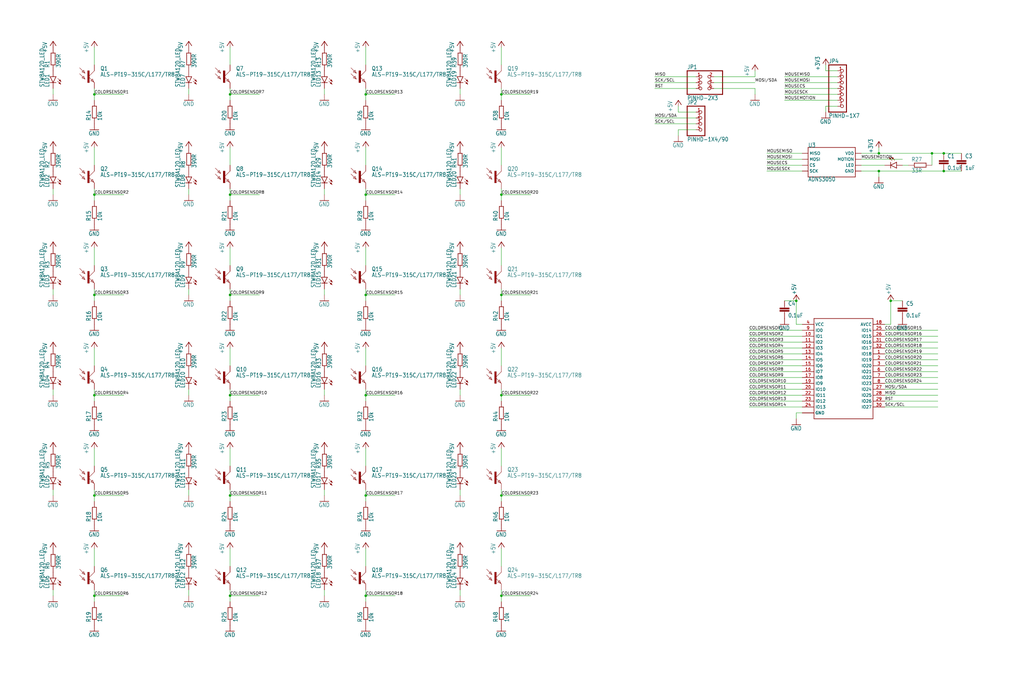
<source format=kicad_sch>
(kicad_sch (version 20211123) (generator eeschema)
  (paper "User" 440.944 294.919)
  (junction (at 215.9 83.82))
  (junction (at 157.48 127))
  (junction (at 215.9 127))
  (junction (at 99.06 83.82))
  (junction (at 157.48 213.36))
  (junction (at 378.46 66.04))
  (junction (at 99.06 256.54))
  (junction (at 383.54 129.54))
  (junction (at 406.4 66.04))
  (junction (at 406.4 73.66))
  (junction (at 215.9 170.18))
  (junction (at 378.46 73.66))
  (junction (at 40.64 83.82))
  (junction (at 157.48 170.18))
  (junction (at 215.9 40.64))
  (junction (at 157.48 40.64))
  (junction (at 99.06 213.36))
  (junction (at 157.48 83.82))
  (junction (at 215.9 256.54))
  (junction (at 401.32 66.04))
  (junction (at 157.48 256.54))
  (junction (at 342.9 129.54))
  (junction (at 40.64 213.36))
  (junction (at 215.9 213.36))
  (junction (at 40.64 127))
  (junction (at 40.64 256.54))
  (junction (at 40.64 40.64))
  (junction (at 99.06 127))
  (junction (at 99.06 40.64))
  (junction (at 40.64 170.18))
  (junction (at 99.06 170.18))
  (wire (pts (xy 99.06 256.54) (xy 111.76 256.54)))
  (wire (pts (xy 388.62 71.12) (xy 391.16 71.12)))
  (wire (pts (xy 99.06 43.18) (xy 99.06 40.64)))
  (wire (pts (xy 40.64 127) (xy 53.34 127)))
  (wire (pts (xy 403.86 147.32) (xy 381 147.32)))
  (wire (pts (xy 198.12 127) (xy 198.12 124.46)))
  (wire (pts (xy 345.44 142.24) (xy 322.58 142.24)))
  (wire (pts (xy 40.64 170.18) (xy 53.34 170.18)))
  (wire (pts (xy 198.12 40.64) (xy 198.12 38.1)))
  (wire (pts (xy 406.4 73.66) (xy 378.46 73.66)))
  (wire (pts (xy 215.9 213.36) (xy 215.9 210.82)))
  (wire (pts (xy 198.12 170.18) (xy 198.12 167.64)))
  (wire (pts (xy 215.9 86.36) (xy 215.9 83.82)))
  (wire (pts (xy 345.44 167.64) (xy 322.58 167.64)))
  (wire (pts (xy 40.64 127) (xy 40.64 124.46)))
  (wire (pts (xy 99.06 149.86) (xy 99.06 157.48)))
  (wire (pts (xy 157.48 149.86) (xy 157.48 157.48)))
  (wire (pts (xy 198.12 83.82) (xy 198.12 81.28)))
  (wire (pts (xy 157.48 40.64) (xy 157.48 38.1)))
  (wire (pts (xy 345.44 147.32) (xy 322.58 147.32)))
  (wire (pts (xy 40.64 129.54) (xy 40.64 127)))
  (wire (pts (xy 299.72 48.26) (xy 292.1 48.26)))
  (wire (pts (xy 215.9 170.18) (xy 228.6 170.18)))
  (wire (pts (xy 157.48 20.32) (xy 157.48 27.94)))
  (wire (pts (xy 157.48 170.18) (xy 170.18 170.18)))
  (wire (pts (xy 40.64 43.18) (xy 40.64 40.64)))
  (wire (pts (xy 22.86 213.36) (xy 22.86 210.82)))
  (wire (pts (xy 198.12 256.54) (xy 198.12 254)))
  (wire (pts (xy 342.9 139.7) (xy 342.9 129.54)))
  (wire (pts (xy 325.12 38.1) (xy 307.34 38.1)))
  (wire (pts (xy 403.86 149.86) (xy 381 149.86)))
  (wire (pts (xy 157.48 236.22) (xy 157.48 243.84)))
  (wire (pts (xy 378.46 73.66) (xy 370.84 73.66)))
  (wire (pts (xy 157.48 172.72) (xy 157.48 170.18)))
  (wire (pts (xy 299.72 33.02) (xy 281.94 33.02)))
  (wire (pts (xy 157.48 213.36) (xy 170.18 213.36)))
  (wire (pts (xy 215.9 127) (xy 228.6 127)))
  (wire (pts (xy 40.64 149.86) (xy 40.64 157.48)))
  (wire (pts (xy 157.48 170.18) (xy 157.48 167.64)))
  (wire (pts (xy 40.64 213.36) (xy 53.34 213.36)))
  (wire (pts (xy 383.54 139.7) (xy 383.54 129.54)))
  (wire (pts (xy 360.68 30.48) (xy 355.6 30.48)))
  (wire (pts (xy 345.44 170.18) (xy 322.58 170.18)))
  (wire (pts (xy 360.68 40.64) (xy 337.82 40.64)))
  (wire (pts (xy 360.68 45.72) (xy 355.6 45.72)))
  (wire (pts (xy 81.28 170.18) (xy 81.28 167.64)))
  (wire (pts (xy 40.64 172.72) (xy 40.64 170.18)))
  (wire (pts (xy 383.54 129.54) (xy 388.62 129.54)))
  (wire (pts (xy 215.9 83.82) (xy 228.6 83.82)))
  (wire (pts (xy 157.48 127) (xy 170.18 127)))
  (wire (pts (xy 299.72 53.34) (xy 281.94 53.34)))
  (wire (pts (xy 345.44 160.02) (xy 322.58 160.02)))
  (wire (pts (xy 99.06 193.04) (xy 99.06 200.66)))
  (wire (pts (xy 99.06 83.82) (xy 99.06 81.28)))
  (wire (pts (xy 157.48 256.54) (xy 170.18 256.54)))
  (wire (pts (xy 40.64 63.5) (xy 40.64 71.12)))
  (wire (pts (xy 99.06 236.22) (xy 99.06 243.84)))
  (wire (pts (xy 22.86 170.18) (xy 22.86 167.64)))
  (wire (pts (xy 403.86 165.1) (xy 381 165.1)))
  (wire (pts (xy 345.44 165.1) (xy 322.58 165.1)))
  (wire (pts (xy 215.9 106.68) (xy 215.9 114.3)))
  (wire (pts (xy 139.7 40.64) (xy 139.7 38.1)))
  (wire (pts (xy 215.9 20.32) (xy 215.9 27.94)))
  (wire (pts (xy 345.44 175.26) (xy 322.58 175.26)))
  (wire (pts (xy 299.72 38.1) (xy 281.94 38.1)))
  (wire (pts (xy 381 175.26) (xy 403.86 175.26)))
  (wire (pts (xy 345.44 157.48) (xy 322.58 157.48)))
  (wire (pts (xy 22.86 256.54) (xy 22.86 254)))
  (wire (pts (xy 215.9 256.54) (xy 228.6 256.54)))
  (wire (pts (xy 378.46 73.66) (xy 378.46 76.2)))
  (wire (pts (xy 99.06 213.36) (xy 111.76 213.36)))
  (wire (pts (xy 157.48 106.68) (xy 157.48 114.3)))
  (wire (pts (xy 99.06 129.54) (xy 99.06 127)))
  (wire (pts (xy 99.06 127) (xy 111.76 127)))
  (wire (pts (xy 215.9 213.36) (xy 228.6 213.36)))
  (wire (pts (xy 342.9 177.8) (xy 345.44 177.8)))
  (wire (pts (xy 40.64 40.64) (xy 40.64 38.1)))
  (wire (pts (xy 139.7 83.82) (xy 139.7 81.28)))
  (wire (pts (xy 345.44 68.58) (xy 330.2 68.58)))
  (wire (pts (xy 345.44 144.78) (xy 322.58 144.78)))
  (wire (pts (xy 99.06 127) (xy 99.06 124.46)))
  (wire (pts (xy 99.06 170.18) (xy 99.06 167.64)))
  (wire (pts (xy 215.9 43.18) (xy 215.9 40.64)))
  (wire (pts (xy 360.68 38.1) (xy 337.82 38.1)))
  (wire (pts (xy 215.9 170.18) (xy 215.9 167.64)))
  (wire (pts (xy 139.7 213.36) (xy 139.7 210.82)))
  (wire (pts (xy 157.48 193.04) (xy 157.48 200.66)))
  (wire (pts (xy 99.06 256.54) (xy 99.06 254)))
  (wire (pts (xy 381 172.72) (xy 403.86 172.72)))
  (wire (pts (xy 292.1 55.88) (xy 292.1 58.42)))
  (wire (pts (xy 215.9 172.72) (xy 215.9 170.18)))
  (wire (pts (xy 139.7 256.54) (xy 139.7 254)))
  (wire (pts (xy 215.9 127) (xy 215.9 124.46)))
  (wire (pts (xy 22.86 83.82) (xy 22.86 81.28)))
  (wire (pts (xy 215.9 193.04) (xy 215.9 200.66)))
  (wire (pts (xy 342.9 180.34) (xy 342.9 177.8)))
  (wire (pts (xy 40.64 259.08) (xy 40.64 256.54)))
  (wire (pts (xy 378.46 66.04) (xy 378.46 63.5)))
  (wire (pts (xy 355.6 30.48) (xy 355.6 27.94)))
  (wire (pts (xy 139.7 170.18) (xy 139.7 167.64)))
  (wire (pts (xy 215.9 256.54) (xy 215.9 254)))
  (wire (pts (xy 40.64 83.82) (xy 40.64 81.28)))
  (wire (pts (xy 299.72 55.88) (xy 292.1 55.88)))
  (wire (pts (xy 157.48 86.36) (xy 157.48 83.82)))
  (wire (pts (xy 360.68 35.56) (xy 337.82 35.56)))
  (wire (pts (xy 157.48 129.54) (xy 157.48 127)))
  (wire (pts (xy 355.6 45.72) (xy 355.6 48.26)))
  (wire (pts (xy 299.72 35.56) (xy 281.94 35.56)))
  (wire (pts (xy 40.64 215.9) (xy 40.64 213.36)))
  (wire (pts (xy 345.44 154.94) (xy 322.58 154.94)))
  (wire (pts (xy 40.64 20.32) (xy 40.64 27.94)))
  (wire (pts (xy 345.44 73.66) (xy 330.2 73.66)))
  (wire (pts (xy 403.86 162.56) (xy 381 162.56)))
  (wire (pts (xy 345.44 139.7) (xy 342.9 139.7)))
  (wire (pts (xy 157.48 83.82) (xy 170.18 83.82)))
  (wire (pts (xy 99.06 20.32) (xy 99.06 27.94)))
  (wire (pts (xy 414.02 73.66) (xy 406.4 73.66)))
  (wire (pts (xy 99.06 83.82) (xy 111.76 83.82)))
  (wire (pts (xy 299.72 50.8) (xy 281.94 50.8)))
  (wire (pts (xy 215.9 259.08) (xy 215.9 256.54)))
  (wire (pts (xy 406.4 66.04) (xy 414.02 66.04)))
  (wire (pts (xy 337.82 129.54) (xy 342.9 129.54)))
  (wire (pts (xy 22.86 127) (xy 22.86 124.46)))
  (wire (pts (xy 40.64 256.54) (xy 53.34 256.54)))
  (wire (pts (xy 215.9 63.5) (xy 215.9 71.12)))
  (wire (pts (xy 157.48 43.18) (xy 157.48 40.64)))
  (wire (pts (xy 401.32 66.04) (xy 378.46 66.04)))
  (wire (pts (xy 345.44 71.12) (xy 330.2 71.12)))
  (wire (pts (xy 325.12 30.48) (xy 325.12 33.02)))
  (wire (pts (xy 360.68 43.18) (xy 337.82 43.18)))
  (wire (pts (xy 292.1 48.26) (xy 292.1 45.72)))
  (wire (pts (xy 345.44 162.56) (xy 322.58 162.56)))
  (wire (pts (xy 215.9 40.64) (xy 215.9 38.1)))
  (wire (pts (xy 401.32 71.12) (xy 401.32 66.04)))
  (wire (pts (xy 81.28 213.36) (xy 81.28 210.82)))
  (wire (pts (xy 157.48 259.08) (xy 157.48 256.54)))
  (wire (pts (xy 99.06 170.18) (xy 111.76 170.18)))
  (wire (pts (xy 40.64 40.64) (xy 53.34 40.64)))
  (wire (pts (xy 157.48 215.9) (xy 157.48 213.36)))
  (wire (pts (xy 360.68 33.02) (xy 337.82 33.02)))
  (wire (pts (xy 99.06 172.72) (xy 99.06 170.18)))
  (wire (pts (xy 157.48 213.36) (xy 157.48 210.82)))
  (wire (pts (xy 198.12 213.36) (xy 198.12 210.82)))
  (wire (pts (xy 403.86 142.24) (xy 381 142.24)))
  (wire (pts (xy 81.28 83.82) (xy 81.28 81.28)))
  (wire (pts (xy 370.84 71.12) (xy 381 71.12)))
  (wire (pts (xy 403.86 157.48) (xy 381 157.48)))
  (wire (pts (xy 381 139.7) (xy 383.54 139.7)))
  (wire (pts (xy 81.28 40.64) (xy 81.28 38.1)))
  (wire (pts (xy 99.06 106.68) (xy 99.06 114.3)))
  (wire (pts (xy 139.7 127) (xy 139.7 124.46)))
  (wire (pts (xy 345.44 172.72) (xy 322.58 172.72)))
  (wire (pts (xy 157.48 127) (xy 157.48 124.46)))
  (wire (pts (xy 215.9 236.22) (xy 215.9 243.84)))
  (wire (pts (xy 40.64 236.22) (xy 40.64 243.84)))
  (wire (pts (xy 40.64 170.18) (xy 40.64 167.64)))
  (wire (pts (xy 40.64 213.36) (xy 40.64 210.82)))
  (wire (pts (xy 215.9 149.86) (xy 215.9 157.48)))
  (wire (pts (xy 325.12 33.02) (xy 307.34 33.02)))
  (wire (pts (xy 345.44 66.04) (xy 330.2 66.04)))
  (wire (pts (xy 157.48 40.64) (xy 170.18 40.64)))
  (wire (pts (xy 378.46 66.04) (xy 370.84 66.04)))
  (wire (pts (xy 40.64 83.82) (xy 53.34 83.82)))
  (wire (pts (xy 22.86 40.64) (xy 22.86 38.1)))
  (wire (pts (xy 403.86 152.4) (xy 381 152.4)))
  (wire (pts (xy 99.06 40.64) (xy 99.06 38.1)))
  (wire (pts (xy 403.86 144.78) (xy 381 144.78)))
  (wire (pts (xy 99.06 40.64) (xy 111.76 40.64)))
  (wire (pts (xy 81.28 256.54) (xy 81.28 254)))
  (wire (pts (xy 157.48 83.82) (xy 157.48 81.28)))
  (wire (pts (xy 157.48 63.5) (xy 157.48 71.12)))
  (wire (pts (xy 215.9 83.82) (xy 215.9 81.28)))
  (wire (pts (xy 40.64 193.04) (xy 40.64 200.66)))
  (wire (pts (xy 157.48 256.54) (xy 157.48 254)))
  (wire (pts (xy 99.06 215.9) (xy 99.06 213.36)))
  (wire (pts (xy 40.64 256.54) (xy 40.64 254)))
  (wire (pts (xy 40.64 86.36) (xy 40.64 83.82)))
  (wire (pts (xy 403.86 154.94) (xy 381 154.94)))
  (wire (pts (xy 370.84 68.58) (xy 388.62 68.58)))
  (wire (pts (xy 99.06 86.36) (xy 99.06 83.82)))
  (wire (pts (xy 345.44 152.4) (xy 322.58 152.4)))
  (wire (pts (xy 381 170.18) (xy 403.86 170.18)))
  (wire (pts (xy 99.06 213.36) (xy 99.06 210.82)))
  (wire (pts (xy 40.64 106.68) (xy 40.64 114.3)))
  (wire (pts (xy 381 167.64) (xy 403.86 167.64)))
  (wire (pts (xy 345.44 149.86) (xy 322.58 149.86)))
  (wire (pts (xy 81.28 127) (xy 81.28 124.46)))
  (wire (pts (xy 99.06 63.5) (xy 99.06 71.12)))
  (wire (pts (xy 403.86 160.02) (xy 381 160.02)))
  (wire (pts (xy 215.9 40.64) (xy 228.6 40.64)))
  (wire (pts (xy 325.12 35.56) (xy 307.34 35.56)))
  (wire (pts (xy 215.9 215.9) (xy 215.9 213.36)))
  (wire (pts (xy 99.06 259.08) (xy 99.06 256.54)))
  (wire (pts (xy 325.12 40.64) (xy 325.12 38.1)))
  (wire (pts (xy 215.9 129.54) (xy 215.9 127)))
  (wire (pts (xy 401.32 66.04) (xy 406.4 66.04)))
  (label "COLORSENSOR10" (at 322.58 165.1 0) (effects (font (size 1.2446 1.2446))))
  (label "COLORSENSOR14" (at 322.58 175.26 0) (effects (font (size 1.2446 1.2446))))
  (label "COLORSENSOR19" (at 215.9 40.64 0) (effects (font (size 1.2446 1.2446))))
  (label "MOUSESCK" (at 337.82 40.64 0) (effects (font (size 1.2446 1.2446))))
  (label "COLORSENSOR15" (at 381 142.24 0) (effects (font (size 1.2446 1.2446))))
  (label "COLORSENSOR21" (at 215.9 127 0) (effects (font (size 1.2446 1.2446))))
  (label "COLORSENSOR2" (at 40.64 83.82 0) (effects (font (size 1.2446 1.2446))))
  (label "COLORSENSOR16" (at 381 144.78 0) (effects (font (size 1.2446 1.2446))))
  (label "COLORSENSOR3" (at 322.58 147.32 0) (effects (font (size 1.2446 1.2446))))
  (label "COLORSENSOR17" (at 381 147.32 0) (effects (font (size 1.2446 1.2446))))
  (label "COLORSENSOR23" (at 215.9 213.36 0) (effects (font (size 1.2446 1.2446))))
  (label "MOUSEMOSI" (at 337.82 35.56 0) (effects (font (size 1.2446 1.2446))))
  (label "MOUSEMISO" (at 337.82 33.02 0) (effects (font (size 1.2446 1.2446))))
  (label "SCK/SCL" (at 281.94 53.34 0) (effects (font (size 1.2446 1.2446))))
  (label "MOSI/SDA" (at 381 167.64 0) (effects (font (size 1.2446 1.2446))))
  (label "COLORSENSOR15" (at 157.48 127 0) (effects (font (size 1.2446 1.2446))))
  (label "COLORSENSOR21" (at 381 157.48 0) (effects (font (size 1.2446 1.2446))))
  (label "COLORSENSOR12" (at 99.06 256.54 0) (effects (font (size 1.2446 1.2446))))
  (label "MOUSESCK" (at 330.2 73.66 0) (effects (font (size 1.2446 1.2446))))
  (label "COLORSENSOR8" (at 99.06 83.82 0) (effects (font (size 1.2446 1.2446))))
  (label "MOSI/SDA" (at 325.12 35.56 0) (effects (font (size 1.2446 1.2446))))
  (label "COLORSENSOR5" (at 40.64 213.36 0) (effects (font (size 1.2446 1.2446))))
  (label "MOUSEMOSI" (at 330.2 68.58 0) (effects (font (size 1.2446 1.2446))))
  (label "RST" (at 281.94 38.1 0) (effects (font (size 1.2446 1.2446))))
  (label "COLORSENSOR7" (at 322.58 157.48 0) (effects (font (size 1.2446 1.2446))))
  (label "MOUSEMOTION" (at 370.84 68.58 0) (effects (font (size 1.2446 1.2446))))
  (label "COLORSENSOR9" (at 322.58 162.56 0) (effects (font (size 1.2446 1.2446))))
  (label "COLORSENSOR2" (at 322.58 144.78 0) (effects (font (size 1.2446 1.2446))))
  (label "COLORSENSOR17" (at 157.48 213.36 0) (effects (font (size 1.2446 1.2446))))
  (label "COLORSENSOR22" (at 215.9 170.18 0) (effects (font (size 1.2446 1.2446))))
  (label "MOUSEMISO" (at 330.2 66.04 0) (effects (font (size 1.2446 1.2446))))
  (label "SCK/SCL" (at 281.94 35.56 0) (effects (font (size 1.2446 1.2446))))
  (label "MOUSEMOTION" (at 337.82 43.18 0) (effects (font (size 1.2446 1.2446))))
  (label "COLORSENSOR13" (at 322.58 172.72 0) (effects (font (size 1.2446 1.2446))))
  (label "COLORSENSOR3" (at 40.64 127 0) (effects (font (size 1.2446 1.2446))))
  (label "COLORSENSOR18" (at 157.48 256.54 0) (effects (font (size 1.2446 1.2446))))
  (label "MOUSECS" (at 337.82 38.1 0) (effects (font (size 1.2446 1.2446))))
  (label "COLORSENSOR8" (at 322.58 160.02 0) (effects (font (size 1.2446 1.2446))))
  (label "COLORSENSOR11" (at 99.06 213.36 0) (effects (font (size 1.2446 1.2446))))
  (label "MISO" (at 381 170.18 0) (effects (font (size 1.2446 1.2446))))
  (label "MOUSECS" (at 330.2 71.12 0) (effects (font (size 1.2446 1.2446))))
  (label "COLORSENSOR18" (at 381 149.86 0) (effects (font (size 1.2446 1.2446))))
  (label "COLORSENSOR4" (at 322.58 149.86 0) (effects (font (size 1.2446 1.2446))))
  (label "COLORSENSOR9" (at 99.06 127 0) (effects (font (size 1.2446 1.2446))))
  (label "COLORSENSOR20" (at 215.9 83.82 0) (effects (font (size 1.2446 1.2446))))
  (label "COLORSENSOR23" (at 381 162.56 0) (effects (font (size 1.2446 1.2446))))
  (label "COLORSENSOR24" (at 215.9 256.54 0) (effects (font (size 1.2446 1.2446))))
  (label "COLORSENSOR4" (at 40.64 170.18 0) (effects (font (size 1.2446 1.2446))))
  (label "SCK/SCL" (at 381 175.26 0) (effects (font (size 1.2446 1.2446))))
  (label "COLORSENSOR13" (at 157.48 40.64 0) (effects (font (size 1.2446 1.2446))))
  (label "COLORSENSOR1" (at 322.58 142.24 0) (effects (font (size 1.2446 1.2446))))
  (label "COLORSENSOR19" (at 381 152.4 0) (effects (font (size 1.2446 1.2446))))
  (label "COLORSENSOR5" (at 322.58 152.4 0) (effects (font (size 1.2446 1.2446))))
  (label "COLORSENSOR6" (at 322.58 154.94 0) (effects (font (size 1.2446 1.2446))))
  (label "COLORSENSOR14" (at 157.48 83.82 0) (effects (font (size 1.2446 1.2446))))
  (label "COLORSENSOR24" (at 381 165.1 0) (effects (font (size 1.2446 1.2446))))
  (label "MOSI/SDA" (at 281.94 50.8 0) (effects (font (size 1.2446 1.2446))))
  (label "COLORSENSOR22" (at 381 160.02 0) (effects (font (size 1.2446 1.2446))))
  (label "COLORSENSOR1" (at 40.64 40.64 0) (effects (font (size 1.2446 1.2446))))
  (label "COLORSENSOR16" (at 157.48 170.18 0) (effects (font (size 1.2446 1.2446))))
  (label "MISO" (at 281.94 33.02 0) (effects (font (size 1.2446 1.2446))))
  (label "COLORSENSOR7" (at 99.06 40.64 0) (effects (font (size 1.2446 1.2446))))
  (label "COLORSENSOR12" (at 322.58 170.18 0) (effects (font (size 1.2446 1.2446))))
  (label "COLORSENSOR11" (at 322.58 167.64 0) (effects (font (size 1.2446 1.2446))))
  (label "COLORSENSOR20" (at 381 154.94 0) (effects (font (size 1.2446 1.2446))))
  (label "RST" (at 381 172.72 0) (effects (font (size 1.2446 1.2446))))
  (label "COLORSENSOR6" (at 40.64 256.54 0) (effects (font (size 1.2446 1.2446))))
  (label "COLORSENSOR10" (at 99.06 170.18 0) (effects (font (size 1.2446 1.2446))))
  (symbol (lib_id "OLD LINE BOARD-eagle-import:R-EU_R0805") (at 215.9 91.44 90) (unit 1)
    (property "Reference" "R40" (at 214.4014 95.25 0) (effects (font (size 1.778 1.5113)) (justify left bottom)))
    (property "Value" "10k" (at 219.202 95.25 0) (effects (font (size 1.778 1.5113)) (justify left bottom)))
    (property "Footprint" "OLD LINE BOARD:R0805" (effects hide))
  )
  (symbol (lib_id "OLD LINE BOARD-eagle-import:R-EU_R0805") (at 99.06 134.62 90) (unit 1)
    (property "Reference" "R22" (at 97.5614 138.43 0) (effects (font (size 1.778 1.5113)) (justify left bottom)))
    (property "Value" "10k" (at 102.362 138.43 0) (effects (font (size 1.778 1.5113)) (justify left bottom)))
    (property "Footprint" "OLD LINE BOARD:R0805" (effects hide))
  )
  (symbol (lib_id "OLD LINE BOARD-eagle-import:GND") (at 157.48 55.88 0) (unit 1)
    (property "Reference" "#GND26" (effects hide))
    (property "Value" "GND" (at 154.94 58.42 0) (effects (font (size 1.778 1.5113)) (justify left bottom)))
    (property "Footprint" "OLD LINE BOARD:" (effects hide))
  )
  (symbol (lib_id "OLD LINE BOARD-eagle-import:GND") (at 215.9 228.6 0) (unit 1)
    (property "Reference" "#GND46" (effects hide))
    (property "Value" "GND" (at 213.36 231.14 0) (effects (font (size 1.778 1.5113)) (justify left bottom)))
    (property "Footprint" "OLD LINE BOARD:" (effects hide))
  )
  (symbol (lib_id "OLD LINE BOARD-eagle-import:+5V") (at 215.9 147.32 0) (unit 1)
    (property "Reference" "#P+45" (effects hide))
    (property "Value" "+5V" (at 213.36 152.4 90) (effects (font (size 1.778 1.5113)) (justify left bottom)))
    (property "Footprint" "OLD LINE BOARD:" (effects hide))
  )
  (symbol (lib_id "OLD LINE BOARD-eagle-import:GND") (at 81.28 43.18 0) (unit 1)
    (property "Reference" "#GND7" (effects hide))
    (property "Value" "GND" (at 78.74 45.72 0) (effects (font (size 1.778 1.5113)) (justify left bottom)))
    (property "Footprint" "OLD LINE BOARD:" (effects hide))
  )
  (symbol (lib_id "OLD LINE BOARD-eagle-import:GND") (at 139.7 129.54 0) (unit 1)
    (property "Reference" "#GND31" (effects hide))
    (property "Value" "GND" (at 137.16 132.08 0) (effects (font (size 1.778 1.5113)) (justify left bottom)))
    (property "Footprint" "OLD LINE BOARD:" (effects hide))
  )
  (symbol (lib_id "OLD LINE BOARD-eagle-import:ALS-PT19-315C{slash}L177{slash}TR8") (at 154.94 248.92 0) (unit 1)
    (property "Reference" "Q18" (at 160.02 246.38 0) (effects (font (size 1.778 1.5113)) (justify left bottom)))
    (property "Value" "ALS-PT19-315C{slash}L177{slash}TR8" (at 160.02 248.92 0) (effects (font (size 1.778 1.5113)) (justify left bottom)))
    (property "Footprint" "OLD LINE BOARD:LEDC1708X60" (effects hide))
  )
  (symbol (lib_id "OLD LINE BOARD-eagle-import:STW8A12D_LED") (at 198.12 76.2 0) (mirror y) (unit 1)
    (property "Reference" "LED20" (at 194.564 80.772 90) (effects (font (size 1.778 1.5113)) (justify left bottom)))
    (property "Value" "STW8A12D_LED" (at 192.405 80.772 90) (effects (font (size 1.778 1.5113)) (justify left bottom)))
    (property "Footprint" "OLD LINE BOARD:LEDC3428X70" (effects hide))
  )
  (symbol (lib_id "OLD LINE BOARD-eagle-import:ALS-PT19-315C{slash}L177{slash}TR8") (at 96.52 205.74 0) (unit 1)
    (property "Reference" "Q11" (at 101.6 203.2 0) (effects (font (size 1.778 1.5113)) (justify left bottom)))
    (property "Value" "ALS-PT19-315C{slash}L177{slash}TR8" (at 101.6 205.74 0) (effects (font (size 1.778 1.5113)) (justify left bottom)))
    (property "Footprint" "OLD LINE BOARD:LEDC1708X60" (effects hide))
  )
  (symbol (lib_id "OLD LINE BOARD-eagle-import:GND") (at 157.48 228.6 0) (unit 1)
    (property "Reference" "#GND34" (effects hide))
    (property "Value" "GND" (at 154.94 231.14 0) (effects (font (size 1.778 1.5113)) (justify left bottom)))
    (property "Footprint" "OLD LINE BOARD:" (effects hide))
  )
  (symbol (lib_id "OLD LINE BOARD-eagle-import:+5V") (at 22.86 190.5 0) (unit 1)
    (property "Reference" "#P+5" (effects hide))
    (property "Value" "+5V" (at 20.32 195.58 90) (effects (font (size 1.778 1.5113)) (justify left bottom)))
    (property "Footprint" "OLD LINE BOARD:" (effects hide))
  )
  (symbol (lib_id "OLD LINE BOARD-eagle-import:+5V") (at 99.06 233.68 0) (unit 1)
    (property "Reference" "#P+25" (effects hide))
    (property "Value" "+5V" (at 96.52 238.76 90) (effects (font (size 1.778 1.5113)) (justify left bottom)))
    (property "Footprint" "OLD LINE BOARD:" (effects hide))
  )
  (symbol (lib_id "OLD LINE BOARD-eagle-import:+5V") (at 157.48 104.14 0) (unit 1)
    (property "Reference" "#P+31" (effects hide))
    (property "Value" "+5V" (at 154.94 109.22 90) (effects (font (size 1.778 1.5113)) (justify left bottom)))
    (property "Footprint" "OLD LINE BOARD:" (effects hide))
  )
  (symbol (lib_id "OLD LINE BOARD-eagle-import:GND") (at 292.1 60.96 0) (unit 1)
    (property "Reference" "#GND52" (effects hide))
    (property "Value" "GND" (at 289.56 63.5 0) (effects (font (size 1.778 1.5113)) (justify left bottom)))
    (property "Footprint" "OLD LINE BOARD:" (effects hide))
  )
  (symbol (lib_id "OLD LINE BOARD-eagle-import:ALS-PT19-315C{slash}L177{slash}TR8") (at 154.94 33.02 0) (unit 1)
    (property "Reference" "Q13" (at 160.02 30.48 0) (effects (font (size 1.778 1.5113)) (justify left bottom)))
    (property "Value" "ALS-PT19-315C{slash}L177{slash}TR8" (at 160.02 33.02 0) (effects (font (size 1.778 1.5113)) (justify left bottom)))
    (property "Footprint" "OLD LINE BOARD:LEDC1708X60" (effects hide))
  )
  (symbol (lib_id "OLD LINE BOARD-eagle-import:STW8A12D_LED") (at 139.7 248.92 0) (mirror y) (unit 1)
    (property "Reference" "LED18" (at 136.144 253.492 90) (effects (font (size 1.778 1.5113)) (justify left bottom)))
    (property "Value" "STW8A12D_LED" (at 133.985 253.492 90) (effects (font (size 1.778 1.5113)) (justify left bottom)))
    (property "Footprint" "OLD LINE BOARD:LEDC3428X70" (effects hide))
  )
  (symbol (lib_id "OLD LINE BOARD-eagle-import:R-EU_R0805") (at 22.86 154.94 90) (unit 1)
    (property "Reference" "R4" (at 21.3614 158.75 0) (effects (font (size 1.778 1.5113)) (justify left bottom)))
    (property "Value" "390R" (at 26.162 158.75 0) (effects (font (size 1.778 1.5113)) (justify left bottom)))
    (property "Footprint" "OLD LINE BOARD:R0805" (effects hide))
  )
  (symbol (lib_id "OLD LINE BOARD-eagle-import:ALS-PT19-315C{slash}L177{slash}TR8") (at 38.1 248.92 0) (unit 1)
    (property "Reference" "Q6" (at 43.18 246.38 0) (effects (font (size 1.778 1.5113)) (justify left bottom)))
    (property "Value" "ALS-PT19-315C{slash}L177{slash}TR8" (at 43.18 248.92 0) (effects (font (size 1.778 1.5113)) (justify left bottom)))
    (property "Footprint" "OLD LINE BOARD:LEDC1708X60" (effects hide))
  )
  (symbol (lib_id "OLD LINE BOARD-eagle-import:GND") (at 99.06 228.6 0) (unit 1)
    (property "Reference" "#GND24" (effects hide))
    (property "Value" "GND" (at 96.52 231.14 0) (effects (font (size 1.778 1.5113)) (justify left bottom)))
    (property "Footprint" "OLD LINE BOARD:" (effects hide))
  )
  (symbol (lib_id "OLD LINE BOARD-eagle-import:ALS-PT19-315C{slash}L177{slash}TR8") (at 213.36 76.2 0) (unit 1)
    (property "Reference" "Q20" (at 218.44 73.66 0) (effects (font (size 1.778 1.5113)) (justify left bottom)))
    (property "Value" "ALS-PT19-315C{slash}L177{slash}TR8" (at 218.44 76.2 0) (effects (font (size 1.778 1.5113)) (justify left bottom)))
    (property "Footprint" "OLD LINE BOARD:LEDC1708X60" (effects hide))
  )
  (symbol (lib_id "OLD LINE BOARD-eagle-import:GND") (at 198.12 86.36 0) (unit 1)
    (property "Reference" "#GND41" (effects hide))
    (property "Value" "GND" (at 195.58 88.9 0) (effects (font (size 1.778 1.5113)) (justify left bottom)))
    (property "Footprint" "OLD LINE BOARD:" (effects hide))
  )
  (symbol (lib_id "OLD LINE BOARD-eagle-import:+5V") (at 139.7 60.96 0) (unit 1)
    (property "Reference" "#P+30" (effects hide))
    (property "Value" "+5V" (at 137.16 66.04 90) (effects (font (size 1.778 1.5113)) (justify left bottom)))
    (property "Footprint" "OLD LINE BOARD:" (effects hide))
  )
  (symbol (lib_id "OLD LINE BOARD-eagle-import:ALS-PT19-315C{slash}L177{slash}TR8") (at 154.94 76.2 0) (unit 1)
    (property "Reference" "Q14" (at 160.02 73.66 0) (effects (font (size 1.778 1.5113)) (justify left bottom)))
    (property "Value" "ALS-PT19-315C{slash}L177{slash}TR8" (at 160.02 76.2 0) (effects (font (size 1.778 1.5113)) (justify left bottom)))
    (property "Footprint" "OLD LINE BOARD:LEDC1708X60" (effects hide))
  )
  (symbol (lib_id "OLD LINE BOARD-eagle-import:+5V") (at 81.28 104.14 0) (unit 1)
    (property "Reference" "#P+9" (effects hide))
    (property "Value" "+5V" (at 78.74 109.22 90) (effects (font (size 1.778 1.5113)) (justify left bottom)))
    (property "Footprint" "OLD LINE BOARD:" (effects hide))
  )
  (symbol (lib_id "OLD LINE BOARD-eagle-import:R-EU_R0805") (at 215.9 177.8 90) (unit 1)
    (property "Reference" "R44" (at 214.4014 181.61 0) (effects (font (size 1.778 1.5113)) (justify left bottom)))
    (property "Value" "10k" (at 219.202 181.61 0) (effects (font (size 1.778 1.5113)) (justify left bottom)))
    (property "Footprint" "OLD LINE BOARD:R0805" (effects hide))
  )
  (symbol (lib_id "OLD LINE BOARD-eagle-import:STW8A12D_LED") (at 139.7 162.56 0) (mirror y) (unit 1)
    (property "Reference" "LED16" (at 136.144 167.132 90) (effects (font (size 1.778 1.5113)) (justify left bottom)))
    (property "Value" "STW8A12D_LED" (at 133.985 167.132 90) (effects (font (size 1.778 1.5113)) (justify left bottom)))
    (property "Footprint" "OLD LINE BOARD:LEDC3428X70" (effects hide))
  )
  (symbol (lib_id "OLD LINE BOARD-eagle-import:R-EU_R0805") (at 198.12 111.76 90) (unit 1)
    (property "Reference" "R43" (at 196.6214 115.57 0) (effects (font (size 1.778 1.5113)) (justify left bottom)))
    (property "Value" "390R" (at 201.422 115.57 0) (effects (font (size 1.778 1.5113)) (justify left bottom)))
    (property "Footprint" "OLD LINE BOARD:R0805" (effects hide))
  )
  (symbol (lib_id "OLD LINE BOARD-eagle-import:R-EU_R0805") (at 81.28 25.4 90) (unit 1)
    (property "Reference" "R7" (at 79.7814 29.21 0) (effects (font (size 1.778 1.5113)) (justify left bottom)))
    (property "Value" "390R" (at 84.582 29.21 0) (effects (font (size 1.778 1.5113)) (justify left bottom)))
    (property "Footprint" "OLD LINE BOARD:R0805" (effects hide))
  )
  (symbol (lib_id "OLD LINE BOARD-eagle-import:R-EU_R0805") (at 40.64 264.16 90) (unit 1)
    (property "Reference" "R19" (at 39.1414 267.97 0) (effects (font (size 1.778 1.5113)) (justify left bottom)))
    (property "Value" "10k" (at 43.942 267.97 0) (effects (font (size 1.778 1.5113)) (justify left bottom)))
    (property "Footprint" "OLD LINE BOARD:R0805" (effects hide))
  )
  (symbol (lib_id "OLD LINE BOARD-eagle-import:C-EUC0805") (at 337.82 132.08 0) (unit 1)
    (property "Reference" "C4" (at 339.344 131.699 0) (effects (font (size 1.778 1.5113)) (justify left bottom)))
    (property "Value" "0.1uF" (at 339.344 136.779 0) (effects (font (size 1.778 1.5113)) (justify left bottom)))
    (property "Footprint" "OLD LINE BOARD:C0805" (effects hide))
  )
  (symbol (lib_id "OLD LINE BOARD-eagle-import:ALS-PT19-315C{slash}L177{slash}TR8") (at 96.52 119.38 0) (unit 1)
    (property "Reference" "Q9" (at 101.6 116.84 0) (effects (font (size 1.778 1.5113)) (justify left bottom)))
    (property "Value" "ALS-PT19-315C{slash}L177{slash}TR8" (at 101.6 119.38 0) (effects (font (size 1.778 1.5113)) (justify left bottom)))
    (property "Footprint" "OLD LINE BOARD:LEDC1708X60" (effects hide))
  )
  (symbol (lib_id "OLD LINE BOARD-eagle-import:R-EU_R0805") (at 22.86 198.12 90) (unit 1)
    (property "Reference" "R5" (at 21.3614 201.93 0) (effects (font (size 1.778 1.5113)) (justify left bottom)))
    (property "Value" "390R" (at 26.162 201.93 0) (effects (font (size 1.778 1.5113)) (justify left bottom)))
    (property "Footprint" "OLD LINE BOARD:R0805" (effects hide))
  )
  (symbol (lib_id "OLD LINE BOARD-eagle-import:R-EU_R0805") (at 40.64 48.26 90) (unit 1)
    (property "Reference" "R14" (at 39.1414 52.07 0) (effects (font (size 1.778 1.5113)) (justify left bottom)))
    (property "Value" "10k" (at 43.942 52.07 0) (effects (font (size 1.778 1.5113)) (justify left bottom)))
    (property "Footprint" "OLD LINE BOARD:R0805" (effects hide))
  )
  (symbol (lib_id "OLD LINE BOARD-eagle-import:+5V") (at 99.06 60.96 0) (unit 1)
    (property "Reference" "#P+21" (effects hide))
    (property "Value" "+5V" (at 96.52 66.04 90) (effects (font (size 1.778 1.5113)) (justify left bottom)))
    (property "Footprint" "OLD LINE BOARD:" (effects hide))
  )
  (symbol (lib_id "OLD LINE BOARD-eagle-import:R-EU_R0805") (at 99.06 91.44 90) (unit 1)
    (property "Reference" "R21" (at 97.5614 95.25 0) (effects (font (size 1.778 1.5113)) (justify left bottom)))
    (property "Value" "10k" (at 102.362 95.25 0) (effects (font (size 1.778 1.5113)) (justify left bottom)))
    (property "Footprint" "OLD LINE BOARD:R0805" (effects hide))
  )
  (symbol (lib_id "OLD LINE BOARD-eagle-import:ALS-PT19-315C{slash}L177{slash}TR8") (at 38.1 33.02 0) (unit 1)
    (property "Reference" "Q1" (at 43.18 30.48 0) (effects (font (size 1.778 1.5113)) (justify left bottom)))
    (property "Value" "ALS-PT19-315C{slash}L177{slash}TR8" (at 43.18 33.02 0) (effects (font (size 1.778 1.5113)) (justify left bottom)))
    (property "Footprint" "OLD LINE BOARD:LEDC1708X60" (effects hide))
  )
  (symbol (lib_id "OLD LINE BOARD-eagle-import:+5V") (at 157.48 17.78 0) (unit 1)
    (property "Reference" "#P+26" (effects hide))
    (property "Value" "+5V" (at 154.94 22.86 90) (effects (font (size 1.778 1.5113)) (justify left bottom)))
    (property "Footprint" "OLD LINE BOARD:" (effects hide))
  )
  (symbol (lib_id "OLD LINE BOARD-eagle-import:R-EU_R0805") (at 40.64 177.8 90) (unit 1)
    (property "Reference" "R17" (at 39.1414 181.61 0) (effects (font (size 1.778 1.5113)) (justify left bottom)))
    (property "Value" "10k" (at 43.942 181.61 0) (effects (font (size 1.778 1.5113)) (justify left bottom)))
    (property "Footprint" "OLD LINE BOARD:R0805" (effects hide))
  )
  (symbol (lib_id "OLD LINE BOARD-eagle-import:R-EU_R0805") (at 198.12 68.58 90) (unit 1)
    (property "Reference" "R41" (at 196.6214 72.39 0) (effects (font (size 1.778 1.5113)) (justify left bottom)))
    (property "Value" "390R" (at 201.422 72.39 0) (effects (font (size 1.778 1.5113)) (justify left bottom)))
    (property "Footprint" "OLD LINE BOARD:R0805" (effects hide))
  )
  (symbol (lib_id "OLD LINE BOARD-eagle-import:+5V") (at 22.86 147.32 0) (unit 1)
    (property "Reference" "#P+4" (effects hide))
    (property "Value" "+5V" (at 20.32 152.4 90) (effects (font (size 1.778 1.5113)) (justify left bottom)))
    (property "Footprint" "OLD LINE BOARD:" (effects hide))
  )
  (symbol (lib_id "OLD LINE BOARD-eagle-import:STW8A12D_LED") (at 198.12 248.92 0) (mirror y) (unit 1)
    (property "Reference" "LED24" (at 194.564 253.492 90) (effects (font (size 1.778 1.5113)) (justify left bottom)))
    (property "Value" "STW8A12D_LED" (at 192.405 253.492 90) (effects (font (size 1.778 1.5113)) (justify left bottom)))
    (property "Footprint" "OLD LINE BOARD:LEDC3428X70" (effects hide))
  )
  (symbol (lib_id "OLD LINE BOARD-eagle-import:GND") (at 139.7 43.18 0) (unit 1)
    (property "Reference" "#GND13" (effects hide))
    (property "Value" "GND" (at 137.16 45.72 0) (effects (font (size 1.778 1.5113)) (justify left bottom)))
    (property "Footprint" "OLD LINE BOARD:" (effects hide))
  )
  (symbol (lib_id "OLD LINE BOARD-eagle-import:R-EU_R0805") (at 198.12 154.94 90) (unit 1)
    (property "Reference" "R45" (at 196.6214 158.75 0) (effects (font (size 1.778 1.5113)) (justify left bottom)))
    (property "Value" "390R" (at 201.422 158.75 0) (effects (font (size 1.778 1.5113)) (justify left bottom)))
    (property "Footprint" "OLD LINE BOARD:R0805" (effects hide))
  )
  (symbol (lib_id "OLD LINE BOARD-eagle-import:R-EU_R0805") (at 139.7 68.58 90) (unit 1)
    (property "Reference" "R29" (at 138.2014 72.39 0) (effects (font (size 1.778 1.5113)) (justify left bottom)))
    (property "Value" "390R" (at 143.002 72.39 0) (effects (font (size 1.778 1.5113)) (justify left bottom)))
    (property "Footprint" "OLD LINE BOARD:R0805" (effects hide))
  )
  (symbol (lib_id "OLD LINE BOARD-eagle-import:PINHD-1X4{slash}90") (at 302.26 53.34 0) (unit 1)
    (property "Reference" "JP2" (at 295.91 45.085 0) (effects (font (size 1.778 1.5113)) (justify left bottom)))
    (property "Value" "PINHD-1X4{slash}90" (at 295.91 60.96 0) (effects (font (size 1.778 1.5113)) (justify left bottom)))
    (property "Footprint" "OLD LINE BOARD:1X04_90" (effects hide))
  )
  (symbol (lib_id "OLD LINE BOARD-eagle-import:R-EU_R0805") (at 81.28 68.58 90) (unit 1)
    (property "Reference" "R8" (at 79.7814 72.39 0) (effects (font (size 1.778 1.5113)) (justify left bottom)))
    (property "Value" "390R" (at 84.582 72.39 0) (effects (font (size 1.778 1.5113)) (justify left bottom)))
    (property "Footprint" "OLD LINE BOARD:R0805" (effects hide))
  )
  (symbol (lib_id "OLD LINE BOARD-eagle-import:+5V") (at 215.9 60.96 0) (unit 1)
    (property "Reference" "#P+41" (effects hide))
    (property "Value" "+5V" (at 213.36 66.04 90) (effects (font (size 1.778 1.5113)) (justify left bottom)))
    (property "Footprint" "OLD LINE BOARD:" (effects hide))
  )
  (symbol (lib_id "OLD LINE BOARD-eagle-import:ALS-PT19-315C{slash}L177{slash}TR8") (at 38.1 76.2 0) (unit 1)
    (property "Reference" "Q2" (at 43.18 73.66 0) (effects (font (size 1.778 1.5113)) (justify left bottom)))
    (property "Value" "ALS-PT19-315C{slash}L177{slash}TR8" (at 43.18 76.2 0) (effects (font (size 1.778 1.5113)) (justify left bottom)))
    (property "Footprint" "OLD LINE BOARD:LEDC1708X60" (effects hide))
  )
  (symbol (lib_id "OLD LINE BOARD-eagle-import:GND") (at 325.12 43.18 0) (unit 1)
    (property "Reference" "#GND51" (effects hide))
    (property "Value" "GND" (at 322.58 45.72 0) (effects (font (size 1.778 1.5113)) (justify left bottom)))
    (property "Footprint" "OLD LINE BOARD:" (effects hide))
  )
  (symbol (lib_id "OLD LINE BOARD-eagle-import:R-EU_R0805") (at 40.64 91.44 90) (unit 1)
    (property "Reference" "R15" (at 39.1414 95.25 0) (effects (font (size 1.778 1.5113)) (justify left bottom)))
    (property "Value" "10k" (at 43.942 95.25 0) (effects (font (size 1.778 1.5113)) (justify left bottom)))
    (property "Footprint" "OLD LINE BOARD:R0805" (effects hide))
  )
  (symbol (lib_id "OLD LINE BOARD-eagle-import:GND") (at 157.48 271.78 0) (unit 1)
    (property "Reference" "#GND36" (effects hide))
    (property "Value" "GND" (at 154.94 274.32 0) (effects (font (size 1.778 1.5113)) (justify left bottom)))
    (property "Footprint" "OLD LINE BOARD:" (effects hide))
  )
  (symbol (lib_id "OLD LINE BOARD-eagle-import:+3V3") (at 355.6 25.4 0) (unit 1)
    (property "Reference" "#+3V2" (effects hide))
    (property "Value" "+3V3" (at 353.06 30.48 90) (effects (font (size 1.778 1.5113)) (justify left bottom)))
    (property "Footprint" "OLD LINE BOARD:" (effects hide))
  )
  (symbol (lib_id "OLD LINE BOARD-eagle-import:STW8A12D_LED") (at 81.28 119.38 0) (mirror y) (unit 1)
    (property "Reference" "LED9" (at 77.724 123.952 90) (effects (font (size 1.778 1.5113)) (justify left bottom)))
    (property "Value" "STW8A12D_LED" (at 75.565 123.952 90) (effects (font (size 1.778 1.5113)) (justify left bottom)))
    (property "Footprint" "OLD LINE BOARD:LEDC3428X70" (effects hide))
  )
  (symbol (lib_id "OLD LINE BOARD-eagle-import:GND") (at 40.64 271.78 0) (unit 1)
    (property "Reference" "#GND19" (effects hide))
    (property "Value" "GND" (at 38.1 274.32 0) (effects (font (size 1.778 1.5113)) (justify left bottom)))
    (property "Footprint" "OLD LINE BOARD:" (effects hide))
  )
  (symbol (lib_id "OLD LINE BOARD-eagle-import:ALS-PT19-315C{slash}L177{slash}TR8") (at 96.52 162.56 0) (unit 1)
    (property "Reference" "Q10" (at 101.6 160.02 0) (effects (font (size 1.778 1.5113)) (justify left bottom)))
    (property "Value" "ALS-PT19-315C{slash}L177{slash}TR8" (at 101.6 162.56 0) (effects (font (size 1.778 1.5113)) (justify left bottom)))
    (property "Footprint" "OLD LINE BOARD:LEDC1708X60" (effects hide))
  )
  (symbol (lib_id "OLD LINE BOARD-eagle-import:GND") (at 81.28 259.08 0) (unit 1)
    (property "Reference" "#GND12" (effects hide))
    (property "Value" "GND" (at 78.74 261.62 0) (effects (font (size 1.778 1.5113)) (justify left bottom)))
    (property "Footprint" "OLD LINE BOARD:" (effects hide))
  )
  (symbol (lib_id "OLD LINE BOARD-eagle-import:STW8A12D_LED") (at 81.28 248.92 0) (mirror y) (unit 1)
    (property "Reference" "LED12" (at 77.724 253.492 90) (effects (font (size 1.778 1.5113)) (justify left bottom)))
    (property "Value" "STW8A12D_LED" (at 75.565 253.492 90) (effects (font (size 1.778 1.5113)) (justify left bottom)))
    (property "Footprint" "OLD LINE BOARD:LEDC3428X70" (effects hide))
  )
  (symbol (lib_id "OLD LINE BOARD-eagle-import:ADNS3050") (at 358.14 68.58 0) (unit 1)
    (property "Reference" "U3" (at 347.98 63.5 0) (effects (font (size 1.778 1.5113)) (justify left bottom)))
    (property "Value" "ADNS3050" (at 347.98 76.2 0) (effects (font (size 1.778 1.5113)) (justify left top)))
    (property "Footprint" "OLD LINE BOARD:ADNS3050" (effects hide))
  )
  (symbol (lib_id "OLD LINE BOARD-eagle-import:STW8A12D_LED") (at 81.28 76.2 0) (mirror y) (unit 1)
    (property "Reference" "LED8" (at 77.724 80.772 90) (effects (font (size 1.778 1.5113)) (justify left bottom)))
    (property "Value" "STW8A12D_LED" (at 75.565 80.772 90) (effects (font (size 1.778 1.5113)) (justify left bottom)))
    (property "Footprint" "OLD LINE BOARD:LEDC3428X70" (effects hide))
  )
  (symbol (lib_id "OLD LINE BOARD-eagle-import:PINHD-2X3") (at 302.26 35.56 0) (unit 1)
    (property "Reference" "JP1" (at 295.91 29.845 0) (effects (font (size 1.778 1.5113)) (justify left bottom)))
    (property "Value" "PINHD-2X3" (at 295.91 43.18 0) (effects (font (size 1.778 1.5113)) (justify left bottom)))
    (property "Footprint" "OLD LINE BOARD:2X03" (effects hide))
  )
  (symbol (lib_id "OLD LINE BOARD-eagle-import:GND") (at 99.06 271.78 0) (unit 1)
    (property "Reference" "#GND25" (effects hide))
    (property "Value" "GND" (at 96.52 274.32 0) (effects (font (size 1.778 1.5113)) (justify left bottom)))
    (property "Footprint" "OLD LINE BOARD:" (effects hide))
  )
  (symbol (lib_id "OLD LINE BOARD-eagle-import:GND") (at 40.64 228.6 0) (unit 1)
    (property "Reference" "#GND18" (effects hide))
    (property "Value" "GND" (at 38.1 231.14 0) (effects (font (size 1.778 1.5113)) (justify left bottom)))
    (property "Footprint" "OLD LINE BOARD:" (effects hide))
  )
  (symbol (lib_id "OLD LINE BOARD-eagle-import:+5V") (at 325.12 27.94 0) (unit 1)
    (property "Reference" "#P+54" (effects hide))
    (property "Value" "+5V" (at 322.58 33.02 90) (effects (font (size 1.778 1.5113)) (justify left bottom)))
    (property "Footprint" "OLD LINE BOARD:" (effects hide))
  )
  (symbol (lib_id "OLD LINE BOARD-eagle-import:C-EUC0805") (at 406.4 68.58 0) (unit 1)
    (property "Reference" "C1" (at 407.924 68.199 0) (effects (font (size 1.778 1.5113)) (justify left bottom)))
    (property "Value" "0.1uF" (at 407.924 73.279 0) (effects (font (size 1.778 1.5113)) (justify left bottom)))
    (property "Footprint" "OLD LINE BOARD:C0805" (effects hide))
  )
  (symbol (lib_id "OLD LINE BOARD-eagle-import:+5V") (at 40.64 104.14 0) (unit 1)
    (property "Reference" "#P+16" (effects hide))
    (property "Value" "+5V" (at 38.1 109.22 90) (effects (font (size 1.778 1.5113)) (justify left bottom)))
    (property "Footprint" "OLD LINE BOARD:" (effects hide))
  )
  (symbol (lib_id "OLD LINE BOARD-eagle-import:GND") (at 139.7 172.72 0) (unit 1)
    (property "Reference" "#GND33" (effects hide))
    (property "Value" "GND" (at 137.16 175.26 0) (effects (font (size 1.778 1.5113)) (justify left bottom)))
    (property "Footprint" "OLD LINE BOARD:" (effects hide))
  )
  (symbol (lib_id "OLD LINE BOARD-eagle-import:R-EU_R0805") (at 22.86 241.3 90) (unit 1)
    (property "Reference" "R6" (at 21.3614 245.11 0) (effects (font (size 1.778 1.5113)) (justify left bottom)))
    (property "Value" "390R" (at 26.162 245.11 0) (effects (font (size 1.778 1.5113)) (justify left bottom)))
    (property "Footprint" "OLD LINE BOARD:R0805" (effects hide))
  )
  (symbol (lib_id "OLD LINE BOARD-eagle-import:ALS-PT19-315C{slash}L177{slash}TR8") (at 213.36 33.02 0) (unit 1)
    (property "Reference" "Q19" (at 218.44 30.48 0) (effects (font (size 1.778 1.5113)) (justify left bottom)))
    (property "Value" "ALS-PT19-315C{slash}L177{slash}TR8" (at 218.44 33.02 0) (effects (font (size 1.778 1.5113)) (justify left bottom)))
    (property "Footprint" "OLD LINE BOARD:LEDC1708X60" (effects hide))
  )
  (symbol (lib_id "OLD LINE BOARD-eagle-import:R-EU_R0805") (at 139.7 111.76 90) (unit 1)
    (property "Reference" "R31" (at 138.2014 115.57 0) (effects (font (size 1.778 1.5113)) (justify left bottom)))
    (property "Value" "390R" (at 143.002 115.57 0) (effects (font (size 1.778 1.5113)) (justify left bottom)))
    (property "Footprint" "OLD LINE BOARD:R0805" (effects hide))
  )
  (symbol (lib_id "OLD LINE BOARD-eagle-import:+5V") (at 157.48 233.68 0) (unit 1)
    (property "Reference" "#P+37" (effects hide))
    (property "Value" "+5V" (at 154.94 238.76 90) (effects (font (size 1.778 1.5113)) (justify left bottom)))
    (property "Footprint" "OLD LINE BOARD:" (effects hide))
  )
  (symbol (lib_id "OLD LINE BOARD-eagle-import:STW8A12D_LED") (at 139.7 119.38 0) (mirror y) (unit 1)
    (property "Reference" "LED15" (at 136.144 123.952 90) (effects (font (size 1.778 1.5113)) (justify left bottom)))
    (property "Value" "STW8A12D_LED" (at 133.985 123.952 90) (effects (font (size 1.778 1.5113)) (justify left bottom)))
    (property "Footprint" "OLD LINE BOARD:LEDC3428X70" (effects hide))
  )
  (symbol (lib_id "OLD LINE BOARD-eagle-import:GND") (at 388.62 139.7 0) (unit 1)
    (property "Reference" "#GND54" (effects hide))
    (property "Value" "GND" (at 386.08 142.24 0) (effects (font (size 1.778 1.5113)) (justify left bottom)))
    (property "Footprint" "OLD LINE BOARD:" (effects hide))
  )
  (symbol (lib_id "OLD LINE BOARD-eagle-import:GND") (at 215.9 271.78 0) (unit 1)
    (property "Reference" "#GND48" (effects hide))
    (property "Value" "GND" (at 213.36 274.32 0) (effects (font (size 1.778 1.5113)) (justify left bottom)))
    (property "Footprint" "OLD LINE BOARD:" (effects hide))
  )
  (symbol (lib_id "OLD LINE BOARD-eagle-import:+5V") (at 81.28 60.96 0) (unit 1)
    (property "Reference" "#P+8" (effects hide))
    (property "Value" "+5V" (at 78.74 66.04 90) (effects (font (size 1.778 1.5113)) (justify left bottom)))
    (property "Footprint" "OLD LINE BOARD:" (effects hide))
  )
  (symbol (lib_id "OLD LINE BOARD-eagle-import:ALS-PT19-315C{slash}L177{slash}TR8") (at 38.1 162.56 0) (unit 1)
    (property "Reference" "Q4" (at 43.18 160.02 0) (effects (font (size 1.778 1.5113)) (justify left bottom)))
    (property "Value" "ALS-PT19-315C{slash}L177{slash}TR8" (at 43.18 162.56 0) (effects (font (size 1.778 1.5113)) (justify left bottom)))
    (property "Footprint" "OLD LINE BOARD:LEDC1708X60" (effects hide))
  )
  (symbol (lib_id "OLD LINE BOARD-eagle-import:+5V") (at 139.7 190.5 0) (unit 1)
    (property "Reference" "#P+36" (effects hide))
    (property "Value" "+5V" (at 137.16 195.58 90) (effects (font (size 1.778 1.5113)) (justify left bottom)))
    (property "Footprint" "OLD LINE BOARD:" (effects hide))
  )
  (symbol (lib_id "OLD LINE BOARD-eagle-import:R-EU_R0805") (at 157.48 264.16 90) (unit 1)
    (property "Reference" "R36" (at 155.9814 267.97 0) (effects (font (size 1.778 1.5113)) (justify left bottom)))
    (property "Value" "10k" (at 160.782 267.97 0) (effects (font (size 1.778 1.5113)) (justify left bottom)))
    (property "Footprint" "OLD LINE BOARD:R0805" (effects hide))
  )
  (symbol (lib_id "OLD LINE BOARD-eagle-import:R-EU_R0805") (at 139.7 154.94 90) (unit 1)
    (property "Reference" "R33" (at 138.2014 158.75 0) (effects (font (size 1.778 1.5113)) (justify left bottom)))
    (property "Value" "390R" (at 143.002 158.75 0) (effects (font (size 1.778 1.5113)) (justify left bottom)))
    (property "Footprint" "OLD LINE BOARD:R0805" (effects hide))
  )
  (symbol (lib_id "OLD LINE BOARD-eagle-import:GND") (at 215.9 142.24 0) (unit 1)
    (property "Reference" "#GND42" (effects hide))
    (property "Value" "GND" (at 213.36 144.78 0) (effects (font (size 1.778 1.5113)) (justify left bottom)))
    (property "Footprint" "OLD LINE BOARD:" (effects hide))
  )
  (symbol (lib_id "OLD LINE BOARD-eagle-import:ATTINY828") (at 363.22 149.86 0) (unit 1)
    (property "Reference" "U2" (effects hide))
    (property "Value" "ATTINY828" (effects hide))
    (property "Footprint" "OLD LINE BOARD:QFP80P900X900X120-32" (effects hide))
  )
  (symbol (lib_id "OLD LINE BOARD-eagle-import:R-EU_R0805") (at 215.9 48.26 90) (unit 1)
    (property "Reference" "R38" (at 214.4014 52.07 0) (effects (font (size 1.778 1.5113)) (justify left bottom)))
    (property "Value" "10k" (at 219.202 52.07 0) (effects (font (size 1.778 1.5113)) (justify left bottom)))
    (property "Footprint" "OLD LINE BOARD:R0805" (effects hide))
  )
  (symbol (lib_id "OLD LINE BOARD-eagle-import:+5V") (at 198.12 233.68 0) (unit 1)
    (property "Reference" "#P+50" (effects hide))
    (property "Value" "+5V" (at 195.58 238.76 90) (effects (font (size 1.778 1.5113)) (justify left bottom)))
    (property "Footprint" "OLD LINE BOARD:" (effects hide))
  )
  (symbol (lib_id "OLD LINE BOARD-eagle-import:GND") (at 215.9 185.42 0) (unit 1)
    (property "Reference" "#GND44" (effects hide))
    (property "Value" "GND" (at 213.36 187.96 0) (effects (font (size 1.778 1.5113)) (justify left bottom)))
    (property "Footprint" "OLD LINE BOARD:" (effects hide))
  )
  (symbol (lib_id "OLD LINE BOARD-eagle-import:GND") (at 22.86 129.54 0) (unit 1)
    (property "Reference" "#GND3" (effects hide))
    (property "Value" "GND" (at 20.32 132.08 0) (effects (font (size 1.778 1.5113)) (justify left bottom)))
    (property "Footprint" "OLD LINE BOARD:" (effects hide))
  )
  (symbol (lib_id "OLD LINE BOARD-eagle-import:GND") (at 22.86 215.9 0) (unit 1)
    (property "Reference" "#GND5" (effects hide))
    (property "Value" "GND" (at 20.32 218.44 0) (effects (font (size 1.778 1.5113)) (justify left bottom)))
    (property "Footprint" "OLD LINE BOARD:" (effects hide))
  )
  (symbol (lib_id "OLD LINE BOARD-eagle-import:ALS-PT19-315C{slash}L177{slash}TR8") (at 96.52 76.2 0) (unit 1)
    (property "Reference" "Q8" (at 101.6 73.66 0) (effects (font (size 1.778 1.5113)) (justify left bottom)))
    (property "Value" "ALS-PT19-315C{slash}L177{slash}TR8" (at 101.6 76.2 0) (effects (font (size 1.778 1.5113)) (justify left bottom)))
    (property "Footprint" "OLD LINE BOARD:LEDC1708X60" (effects hide))
  )
  (symbol (lib_id "OLD LINE BOARD-eagle-import:STW8A12D_LED") (at 81.28 33.02 0) (mirror y) (unit 1)
    (property "Reference" "LED7" (at 77.724 37.592 90) (effects (font (size 1.778 1.5113)) (justify left bottom)))
    (property "Value" "STW8A12D_LED" (at 75.565 37.592 90) (effects (font (size 1.778 1.5113)) (justify left bottom)))
    (property "Footprint" "OLD LINE BOARD:LEDC3428X70" (effects hide))
  )
  (symbol (lib_id "OLD LINE BOARD-eagle-import:STW8A12D_LED") (at 198.12 33.02 0) (mirror y) (unit 1)
    (property "Reference" "LED19" (at 194.564 37.592 90) (effects (font (size 1.778 1.5113)) (justify left bottom)))
    (property "Value" "STW8A12D_LED" (at 192.405 37.592 90) (effects (font (size 1.778 1.5113)) (justify left bottom)))
    (property "Footprint" "OLD LINE BOARD:LEDC3428X70" (effects hide))
  )
  (symbol (lib_id "OLD LINE BOARD-eagle-import:R-EU_R0805") (at 139.7 25.4 90) (unit 1)
    (property "Reference" "R13" (at 138.2014 29.21 0) (effects (font (size 1.778 1.5113)) (justify left bottom)))
    (property "Value" "390R" (at 143.002 29.21 0) (effects (font (size 1.778 1.5113)) (justify left bottom)))
    (property "Footprint" "OLD LINE BOARD:R0805" (effects hide))
  )
  (symbol (lib_id "OLD LINE BOARD-eagle-import:GND") (at 40.64 185.42 0) (unit 1)
    (property "Reference" "#GND17" (effects hide))
    (property "Value" "GND" (at 38.1 187.96 0) (effects (font (size 1.778 1.5113)) (justify left bottom)))
    (property "Footprint" "OLD LINE BOARD:" (effects hide))
  )
  (symbol (lib_id "OLD LINE BOARD-eagle-import:GND") (at 215.9 55.88 0) (unit 1)
    (property "Reference" "#GND38" (effects hide))
    (property "Value" "GND" (at 213.36 58.42 0) (effects (font (size 1.778 1.5113)) (justify left bottom)))
    (property "Footprint" "OLD LINE BOARD:" (effects hide))
  )
  (symbol (lib_id "OLD LINE BOARD-eagle-import:+5V") (at 157.48 190.5 0) (unit 1)
    (property "Reference" "#P+35" (effects hide))
    (property "Value" "+5V" (at 154.94 195.58 90) (effects (font (size 1.778 1.5113)) (justify left bottom)))
    (property "Footprint" "OLD LINE BOARD:" (effects hide))
  )
  (symbol (lib_id "OLD LINE BOARD-eagle-import:R-EU_R0805") (at 22.86 68.58 90) (unit 1)
    (property "Reference" "R2" (at 21.3614 72.39 0) (effects (font (size 1.778 1.5113)) (justify left bottom)))
    (property "Value" "390R" (at 26.162 72.39 0) (effects (font (size 1.778 1.5113)) (justify left bottom)))
    (property "Footprint" "OLD LINE BOARD:R0805" (effects hide))
  )
  (symbol (lib_id "OLD LINE BOARD-eagle-import:GND") (at 22.86 172.72 0) (unit 1)
    (property "Reference" "#GND4" (effects hide))
    (property "Value" "GND" (at 20.32 175.26 0) (effects (font (size 1.778 1.5113)) (justify left bottom)))
    (property "Footprint" "OLD LINE BOARD:" (effects hide))
  )
  (symbol (lib_id "OLD LINE BOARD-eagle-import:+3V3") (at 378.46 60.96 0) (unit 1)
    (property "Reference" "#+3V1" (effects hide))
    (property "Value" "+3V3" (at 375.92 66.04 90) (effects (font (size 1.778 1.5113)) (justify left bottom)))
    (property "Footprint" "OLD LINE BOARD:" (effects hide))
  )
  (symbol (lib_id "OLD LINE BOARD-eagle-import:STW8A12D_LED") (at 22.86 119.38 0) (mirror y) (unit 1)
    (property "Reference" "LED3" (at 19.304 123.952 90) (effects (font (size 1.778 1.5113)) (justify left bottom)))
    (property "Value" "STW8A12D_LED" (at 17.145 123.952 90) (effects (font (size 1.778 1.5113)) (justify left bottom)))
    (property "Footprint" "OLD LINE BOARD:LEDC3428X70" (effects hide))
  )
  (symbol (lib_id "OLD LINE BOARD-eagle-import:+5V") (at 40.64 233.68 0) (unit 1)
    (property "Reference" "#P+19" (effects hide))
    (property "Value" "+5V" (at 38.1 238.76 90) (effects (font (size 1.778 1.5113)) (justify left bottom)))
    (property "Footprint" "OLD LINE BOARD:" (effects hide))
  )
  (symbol (lib_id "OLD LINE BOARD-eagle-import:STW8A12D_LED") (at 22.86 248.92 0) (mirror y) (unit 1)
    (property "Reference" "LED6" (at 19.304 253.492 90) (effects (font (size 1.778 1.5113)) (justify left bottom)))
    (property "Value" "STW8A12D_LED" (at 17.145 253.492 90) (effects (font (size 1.778 1.5113)) (justify left bottom)))
    (property "Footprint" "OLD LINE BOARD:LEDC3428X70" (effects hide))
  )
  (symbol (lib_id "OLD LINE BOARD-eagle-import:R-EU_R0805") (at 157.48 48.26 90) (unit 1)
    (property "Reference" "R26" (at 155.9814 52.07 0) (effects (font (size 1.778 1.5113)) (justify left bottom)))
    (property "Value" "10k" (at 160.782 52.07 0) (effects (font (size 1.778 1.5113)) (justify left bottom)))
    (property "Footprint" "OLD LINE BOARD:R0805" (effects hide))
  )
  (symbol (lib_id "OLD LINE BOARD-eagle-import:GND") (at 198.12 172.72 0) (unit 1)
    (property "Reference" "#GND45" (effects hide))
    (property "Value" "GND" (at 195.58 175.26 0) (effects (font (size 1.778 1.5113)) (justify left bottom)))
    (property "Footprint" "OLD LINE BOARD:" (effects hide))
  )
  (symbol (lib_id "OLD LINE BOARD-eagle-import:+5V") (at 198.12 190.5 0) (unit 1)
    (property "Reference" "#P+48" (effects hide))
    (property "Value" "+5V" (at 195.58 195.58 90) (effects (font (size 1.778 1.5113)) (justify left bottom)))
    (property "Footprint" "OLD LINE BOARD:" (effects hide))
  )
  (symbol (lib_id "OLD LINE BOARD-eagle-import:GND") (at 99.06 99.06 0) (unit 1)
    (property "Reference" "#GND21" (effects hide))
    (property "Value" "GND" (at 96.52 101.6 0) (effects (font (size 1.778 1.5113)) (justify left bottom)))
    (property "Footprint" "OLD LINE BOARD:" (effects hide))
  )
  (symbol (lib_id "OLD LINE BOARD-eagle-import:+5V") (at 40.64 60.96 0) (unit 1)
    (property "Reference" "#P+15" (effects hide))
    (property "Value" "+5V" (at 38.1 66.04 90) (effects (font (size 1.778 1.5113)) (justify left bottom)))
    (property "Footprint" "OLD LINE BOARD:" (effects hide))
  )
  (symbol (lib_id "OLD LINE BOARD-eagle-import:GND") (at 157.48 185.42 0) (unit 1)
    (property "Reference" "#GND32" (effects hide))
    (property "Value" "GND" (at 154.94 187.96 0) (effects (font (size 1.778 1.5113)) (justify left bottom)))
    (property "Footprint" "OLD LINE BOARD:" (effects hide))
  )
  (symbol (lib_id "OLD LINE BOARD-eagle-import:+5V") (at 99.06 104.14 0) (unit 1)
    (property "Reference" "#P+22" (effects hide))
    (property "Value" "+5V" (at 96.52 109.22 90) (effects (font (size 1.778 1.5113)) (justify left bottom)))
    (property "Footprint" "OLD LINE BOARD:" (effects hide))
  )
  (symbol (lib_id "OLD LINE BOARD-eagle-import:+5V") (at 383.54 127 0) (unit 1)
    (property "Reference" "#P+52" (effects hide))
    (property "Value" "+5V" (at 383.54 127 90) (effects (font (size 1.778 1.5113)) (justify left bottom)))
    (property "Footprint" "OLD LINE BOARD:" (effects hide))
  )
  (symbol (lib_id "OLD LINE BOARD-eagle-import:ALS-PT19-315C{slash}L177{slash}TR8") (at 38.1 205.74 0) (unit 1)
    (property "Reference" "Q5" (at 43.18 203.2 0) (effects (font (size 1.778 1.5113)) (justify left bottom)))
    (property "Value" "ALS-PT19-315C{slash}L177{slash}TR8" (at 43.18 205.74 0) (effects (font (size 1.778 1.5113)) (justify left bottom)))
    (property "Footprint" "OLD LINE BOARD:LEDC1708X60" (effects hide))
  )
  (symbol (lib_id "OLD LINE BOARD-eagle-import:R-EU_R0805") (at 198.12 198.12 90) (unit 1)
    (property "Reference" "R47" (at 196.6214 201.93 0) (effects (font (size 1.778 1.5113)) (justify left bottom)))
    (property "Value" "390R" (at 201.422 201.93 0) (effects (font (size 1.778 1.5113)) (justify left bottom)))
    (property "Footprint" "OLD LINE BOARD:R0805" (effects hide))
  )
  (symbol (lib_id "OLD LINE BOARD-eagle-import:GND") (at 81.28 172.72 0) (unit 1)
    (property "Reference" "#GND10" (effects hide))
    (property "Value" "GND" (at 78.74 175.26 0) (effects (font (size 1.778 1.5113)) (justify left bottom)))
    (property "Footprint" "OLD LINE BOARD:" (effects hide))
  )
  (symbol (lib_id "OLD LINE BOARD-eagle-import:+5V") (at 198.12 17.78 0) (unit 1)
    (property "Reference" "#P+40" (effects hide))
    (property "Value" "+5V" (at 195.58 22.86 90) (effects (font (size 1.778 1.5113)) (justify left bottom)))
    (property "Footprint" "OLD LINE BOARD:" (effects hide))
  )
  (symbol (lib_id "OLD LINE BOARD-eagle-import:+5V") (at 40.64 17.78 0) (unit 1)
    (property "Reference" "#P+14" (effects hide))
    (property "Value" "+5V" (at 38.1 22.86 90) (effects (font (size 1.778 1.5113)) (justify left bottom)))
    (property "Footprint" "OLD LINE BOARD:" (effects hide))
  )
  (symbol (lib_id "OLD LINE BOARD-eagle-import:GND") (at 337.82 139.7 0) (unit 1)
    (property "Reference" "#GND53" (effects hide))
    (property "Value" "GND" (at 335.28 142.24 0) (effects (font (size 1.778 1.5113)) (justify left bottom)))
    (property "Footprint" "OLD LINE BOARD:" (effects hide))
  )
  (symbol (lib_id "OLD LINE BOARD-eagle-import:ALS-PT19-315C{slash}L177{slash}TR8") (at 96.52 248.92 0) (unit 1)
    (property "Reference" "Q12" (at 101.6 246.38 0) (effects (font (size 1.778 1.5113)) (justify left bottom)))
    (property "Value" "ALS-PT19-315C{slash}L177{slash}TR8" (at 101.6 248.92 0) (effects (font (size 1.778 1.5113)) (justify left bottom)))
    (property "Footprint" "OLD LINE BOARD:LEDC1708X60" (effects hide))
  )
  (symbol (lib_id "OLD LINE BOARD-eagle-import:GND") (at 139.7 259.08 0) (unit 1)
    (property "Reference" "#GND37" (effects hide))
    (property "Value" "GND" (at 137.16 261.62 0) (effects (font (size 1.778 1.5113)) (justify left bottom)))
    (property "Footprint" "OLD LINE BOARD:" (effects hide))
  )
  (symbol (lib_id "OLD LINE BOARD-eagle-import:ALS-PT19-315C{slash}L177{slash}TR8") (at 213.36 162.56 0) (unit 1)
    (property "Reference" "Q22" (at 218.44 160.02 0) (effects (font (size 1.778 1.5113)) (justify left bottom)))
    (property "Value" "ALS-PT19-315C{slash}L177{slash}TR8" (at 218.44 162.56 0) (effects (font (size 1.778 1.5113)) (justify left bottom)))
    (property "Footprint" "OLD LINE BOARD:LEDC1708X60" (effects hide))
  )
  (symbol (lib_id "OLD LINE BOARD-eagle-import:+5V") (at 292.1 43.18 0) (unit 1)
    (property "Reference" "#P+53" (effects hide))
    (property "Value" "+5V" (at 289.56 48.26 90) (effects (font (size 1.778 1.5113)) (justify left bottom)))
    (property "Footprint" "OLD LINE BOARD:" (effects hide))
  )
  (symbol (lib_id "OLD LINE BOARD-eagle-import:+5V") (at 139.7 104.14 0) (unit 1)
    (property "Reference" "#P+32" (effects hide))
    (property "Value" "+5V" (at 137.16 109.22 90) (effects (font (size 1.778 1.5113)) (justify left bottom)))
    (property "Footprint" "OLD LINE BOARD:" (effects hide))
  )
  (symbol (lib_id "OLD LINE BOARD-eagle-import:+5V") (at 198.12 104.14 0) (unit 1)
    (property "Reference" "#P+44" (effects hide))
    (property "Value" "+5V" (at 195.58 109.22 90) (effects (font (size 1.778 1.5113)) (justify left bottom)))
    (property "Footprint" "OLD LINE BOARD:" (effects hide))
  )
  (symbol (lib_id "OLD LINE BOARD-eagle-import:+5V") (at 139.7 233.68 0) (unit 1)
    (property "Reference" "#P+38" (effects hide))
    (property "Value" "+5V" (at 137.16 238.76 90) (effects (font (size 1.778 1.5113)) (justify left bottom)))
    (property "Footprint" "OLD LINE BOARD:" (effects hide))
  )
  (symbol (lib_id "OLD LINE BOARD-eagle-import:R-EU_R0805") (at 40.64 220.98 90) (unit 1)
    (property "Reference" "R18" (at 39.1414 224.79 0) (effects (font (size 1.778 1.5113)) (justify left bottom)))
    (property "Value" "10k" (at 43.942 224.79 0) (effects (font (size 1.778 1.5113)) (justify left bottom)))
    (property "Footprint" "OLD LINE BOARD:R0805" (effects hide))
  )
  (symbol (lib_id "OLD LINE BOARD-eagle-import:GND") (at 22.86 43.18 0) (unit 1)
    (property "Reference" "#GND1" (effects hide))
    (property "Value" "GND" (at 20.32 45.72 0) (effects (font (size 1.778 1.5113)) (justify left bottom)))
    (property "Footprint" "OLD LINE BOARD:" (effects hide))
  )
  (symbol (lib_id "OLD LINE BOARD-eagle-import:R-EU_R0805") (at 157.48 91.44 90) (unit 1)
    (property "Reference" "R28" (at 155.9814 95.25 0) (effects (font (size 1.778 1.5113)) (justify left bottom)))
    (property "Value" "10k" (at 160.782 95.25 0) (effects (font (size 1.778 1.5113)) (justify left bottom)))
    (property "Footprint" "OLD LINE BOARD:R0805" (effects hide))
  )
  (symbol (lib_id "OLD LINE BOARD-eagle-import:+5V") (at 81.28 147.32 0) (unit 1)
    (property "Reference" "#P+10" (effects hide))
    (property "Value" "+5V" (at 78.74 152.4 90) (effects (font (size 1.778 1.5113)) (justify left bottom)))
    (property "Footprint" "OLD LINE BOARD:" (effects hide))
  )
  (symbol (lib_id "OLD LINE BOARD-eagle-import:GND") (at 99.06 55.88 0) (unit 1)
    (property "Reference" "#GND20" (effects hide))
    (property "Value" "GND" (at 96.52 58.42 0) (effects (font (size 1.778 1.5113)) (justify left bottom)))
    (property "Footprint" "OLD LINE BOARD:" (effects hide))
  )
  (symbol (lib_id "OLD LINE BOARD-eagle-import:STW8A12D_LED") (at 22.86 33.02 0) (mirror y) (unit 1)
    (property "Reference" "LED1" (at 19.304 37.592 90) (effects (font (size 1.778 1.5113)) (justify left bottom)))
    (property "Value" "STW8A12D_LED" (at 17.145 37.592 90) (effects (font (size 1.778 1.5113)) (justify left bottom)))
    (property "Footprint" "OLD LINE BOARD:LEDC3428X70" (effects hide))
  )
  (symbol (lib_id "OLD LINE BOARD-eagle-import:+5V") (at 22.86 60.96 0) (unit 1)
    (property "Reference" "#P+2" (effects hide))
    (property "Value" "+5V" (at 20.32 66.04 90) (effects (font (size 1.778 1.5113)) (justify left bottom)))
    (property "Footprint" "OLD LINE BOARD:" (effects hide))
  )
  (symbol (lib_id "OLD LINE BOARD-eagle-import:R-EU_R0805") (at 22.86 111.76 90) (unit 1)
    (property "Reference" "R3" (at 21.3614 115.57 0) (effects (font (size 1.778 1.5113)) (justify left bottom)))
    (property "Value" "390R" (at 26.162 115.57 0) (effects (font (size 1.778 1.5113)) (justify left bottom)))
    (property "Footprint" "OLD LINE BOARD:R0805" (effects hide))
  )
  (symbol (lib_id "OLD LINE BOARD-eagle-import:+5V") (at 157.48 60.96 0) (unit 1)
    (property "Reference" "#P+29" (effects hide))
    (property "Value" "+5V" (at 154.94 66.04 90) (effects (font (size 1.778 1.5113)) (justify left bottom)))
    (property "Footprint" "OLD LINE BOARD:" (effects hide))
  )
  (symbol (lib_id "OLD LINE BOARD-eagle-import:+5V") (at 22.86 233.68 0) (unit 1)
    (property "Reference" "#P+6" (effects hide))
    (property "Value" "+5V" (at 20.32 238.76 90) (effects (font (size 1.778 1.5113)) (justify left bottom)))
    (property "Footprint" "OLD LINE BOARD:" (effects hide))
  )
  (symbol (lib_id "OLD LINE BOARD-eagle-import:R-EU_R0805") (at 198.12 241.3 90) (unit 1)
    (property "Reference" "R49" (at 196.6214 245.11 0) (effects (font (size 1.778 1.5113)) (justify left bottom)))
    (property "Value" "390R" (at 201.422 245.11 0) (effects (font (size 1.778 1.5113)) (justify left bottom)))
    (property "Footprint" "OLD LINE BOARD:R0805" (effects hide))
  )
  (symbol (lib_id "OLD LINE BOARD-eagle-import:+5V") (at 198.12 147.32 0) (unit 1)
    (property "Reference" "#P+46" (effects hide))
    (property "Value" "+5V" (at 195.58 152.4 90) (effects (font (size 1.778 1.5113)) (justify left bottom)))
    (property "Footprint" "OLD LINE BOARD:" (effects hide))
  )
  (symbol (lib_id "OLD LINE BOARD-eagle-import:GND") (at 198.12 259.08 0) (unit 1)
    (property "Reference" "#GND49" (effects hide))
    (property "Value" "GND" (at 195.58 261.62 0) (effects (font (size 1.778 1.5113)) (justify left bottom)))
    (property "Footprint" "OLD LINE BOARD:" (effects hide))
  )
  (symbol (lib_id "OLD LINE BOARD-eagle-import:+5V") (at 139.7 147.32 0) (unit 1)
    (property "Reference" "#P+34" (effects hide))
    (property "Value" "+5V" (at 137.16 152.4 90) (effects (font (size 1.778 1.5113)) (justify left bottom)))
    (property "Footprint" "OLD LINE BOARD:" (effects hide))
  )
  (symbol (lib_id "OLD LINE BOARD-eagle-import:ALS-PT19-315C{slash}L177{slash}TR8") (at 213.36 205.74 0) (unit 1)
    (property "Reference" "Q23" (at 218.44 203.2 0) (effects (font (size 1.778 1.5113)) (justify left bottom)))
    (property "Value" "ALS-PT19-315C{slash}L177{slash}TR8" (at 218.44 205.74 0) (effects (font (size 1.778 1.5113)) (justify left bottom)))
    (property "Footprint" "OLD LINE BOARD:LEDC1708X60" (effects hide))
  )
  (symbol (lib_id "OLD LINE BOARD-eagle-import:PINHD-1X7") (at 363.22 38.1 0) (unit 1)
    (property "Reference" "JP4" (at 356.87 27.305 0) (effects (font (size 1.778 1.5113)) (justify left bottom)))
    (property "Value" "PINHD-1X7" (at 356.87 50.8 0) (effects (font (size 1.778 1.5113)) (justify left bottom)))
    (property "Footprint" "OLD LINE BOARD:1X07" (effects hide))
  )
  (symbol (lib_id "OLD LINE BOARD-eagle-import:GND") (at 157.48 142.24 0) (unit 1)
    (property "Reference" "#GND30" (effects hide))
    (property "Value" "GND" (at 154.94 144.78 0) (effects (font (size 1.778 1.5113)) (justify left bottom)))
    (property "Footprint" "OLD LINE BOARD:" (effects hide))
  )
  (symbol (lib_id "OLD LINE BOARD-eagle-import:R-EU_R0805") (at 99.06 177.8 90) (unit 1)
    (property "Reference" "R23" (at 97.5614 181.61 0) (effects (font (size 1.778 1.5113)) (justify left bottom)))
    (property "Value" "10k" (at 102.362 181.61 0) (effects (font (size 1.778 1.5113)) (justify left bottom)))
    (property "Footprint" "OLD LINE BOARD:R0805" (effects hide))
  )
  (symbol (lib_id "OLD LINE BOARD-eagle-import:+5V") (at 40.64 190.5 0) (unit 1)
    (property "Reference" "#P+18" (effects hide))
    (property "Value" "+5V" (at 38.1 195.58 90) (effects (font (size 1.778 1.5113)) (justify left bottom)))
    (property "Footprint" "OLD LINE BOARD:" (effects hide))
  )
  (symbol (lib_id "OLD LINE BOARD-eagle-import:GND") (at 22.86 86.36 0) (unit 1)
    (property "Reference" "#GND2" (effects hide))
    (property "Value" "GND" (at 20.32 88.9 0) (effects (font (size 1.778 1.5113)) (justify left bottom)))
    (property "Footprint" "OLD LINE BOARD:" (effects hide))
  )
  (symbol (lib_id "OLD LINE BOARD-eagle-import:GND") (at 99.06 185.42 0) (unit 1)
    (property "Reference" "#GND23" (effects hide))
    (property "Value" "GND" (at 96.52 187.96 0) (effects (font (size 1.778 1.5113)) (justify left bottom)))
    (property "Footprint" "OLD LINE BOARD:" (effects hide))
  )
  (symbol (lib_id "OLD LINE BOARD-eagle-import:R-EU_R0805") (at 215.9 220.98 90) (unit 1)
    (property "Reference" "R46" (at 214.4014 224.79 0) (effects (font (size 1.778 1.5113)) (justify left bottom)))
    (property "Value" "10k" (at 219.202 224.79 0) (effects (font (size 1.778 1.5113)) (justify left bottom)))
    (property "Footprint" "OLD LINE BOARD:R0805" (effects hide))
  )
  (symbol (lib_id "OLD LINE BOARD-eagle-import:+5V") (at 81.28 233.68 0) (unit 1)
    (property "Reference" "#P+12" (effects hide))
    (property "Value" "+5V" (at 78.74 238.76 90) (effects (font (size 1.778 1.5113)) (justify left bottom)))
    (property "Footprint" "OLD LINE BOARD:" (effects hide))
  )
  (symbol (lib_id "OLD LINE BOARD-eagle-import:C-EUC0805") (at 414.02 68.58 0) (unit 1)
    (property "Reference" "C3" (at 415.544 68.199 0) (effects (font (size 1.778 1.5113)) (justify left bottom)))
    (property "Value" "1uF" (at 415.544 73.279 0) (effects (font (size 1.778 1.5113)) (justify left bottom)))
    (property "Footprint" "OLD LINE BOARD:C0805" (effects hide))
  )
  (symbol (lib_id "OLD LINE BOARD-eagle-import:GND") (at 22.86 259.08 0) (unit 1)
    (property "Reference" "#GND6" (effects hide))
    (property "Value" "GND" (at 20.32 261.62 0) (effects (font (size 1.778 1.5113)) (justify left bottom)))
    (property "Footprint" "OLD LINE BOARD:" (effects hide))
  )
  (symbol (lib_id "OLD LINE BOARD-eagle-import:GND") (at 40.64 99.06 0) (unit 1)
    (property "Reference" "#GND15" (effects hide))
    (property "Value" "GND" (at 38.1 101.6 0) (effects (font (size 1.778 1.5113)) (justify left bottom)))
    (property "Footprint" "OLD LINE BOARD:" (effects hide))
  )
  (symbol (lib_id "OLD LINE BOARD-eagle-import:STW8A12D_LED") (at 139.7 205.74 0) (mirror y) (unit 1)
    (property "Reference" "LED17" (at 136.144 210.312 90) (effects (font (size 1.778 1.5113)) (justify left bottom)))
    (property "Value" "STW8A12D_LED" (at 133.985 210.312 90) (effects (font (size 1.778 1.5113)) (justify left bottom)))
    (property "Footprint" "OLD LINE BOARD:LEDC3428X70" (effects hide))
  )
  (symbol (lib_id "OLD LINE BOARD-eagle-import:ALS-PT19-315C{slash}L177{slash}TR8") (at 96.52 33.02 0) (unit 1)
    (property "Reference" "Q7" (at 101.6 30.48 0) (effects (font (size 1.778 1.5113)) (justify left bottom)))
    (property "Value" "ALS-PT19-315C{slash}L177{slash}TR8" (at 101.6 33.02 0) (effects (font (size 1.778 1.5113)) (justify left bottom)))
    (property "Footprint" "OLD LINE BOARD:LEDC1708X60" (effects hide))
  )
  (symbol (lib_id "OLD LINE BOARD-eagle-import:+5V") (at 215.9 17.78 0) (unit 1)
    (property "Reference" "#P+39" (effects hide))
    (property "Value" "+5V" (at 213.36 22.86 90) (effects (font (size 1.778 1.5113)) (justify left bottom)))
    (property "Footprint" "OLD LINE BOARD:" (effects hide))
  )
  (symbol (lib_id "OLD LINE BOARD-eagle-import:+5V") (at 99.06 147.32 0) (unit 1)
    (property "Reference" "#P+23" (effects hide))
    (property "Value" "+5V" (at 96.52 152.4 90) (effects (font (size 1.778 1.5113)) (justify left bottom)))
    (property "Footprint" "OLD LINE BOARD:" (effects hide))
  )
  (symbol (lib_id "OLD LINE BOARD-eagle-import:R-EU_R0805") (at 99.06 264.16 90) (unit 1)
    (property "Reference" "R25" (at 97.5614 267.97 0) (effects (font (size 1.778 1.5113)) (justify left bottom)))
    (property "Value" "10k" (at 102.362 267.97 0) (effects (font (size 1.778 1.5113)) (justify left bottom)))
    (property "Footprint" "OLD LINE BOARD:R0805" (effects hide))
  )
  (symbol (lib_id "OLD LINE BOARD-eagle-import:GND") (at 198.12 43.18 0) (unit 1)
    (property "Reference" "#GND39" (effects hide))
    (property "Value" "GND" (at 195.58 45.72 0) (effects (font (size 1.778 1.5113)) (justify left bottom)))
    (property "Footprint" "OLD LINE BOARD:" (effects hide))
  )
  (symbol (lib_id "OLD LINE BOARD-eagle-import:R-EU_R0805") (at 81.28 198.12 90) (unit 1)
    (property "Reference" "R11" (at 79.7814 201.93 0) (effects (font (size 1.778 1.5113)) (justify left bottom)))
    (property "Value" "390R" (at 84.582 201.93 0) (effects (font (size 1.778 1.5113)) (justify left bottom)))
    (property "Footprint" "OLD LINE BOARD:R0805" (effects hide))
  )
  (symbol (lib_id "OLD LINE BOARD-eagle-import:+5V") (at 215.9 190.5 0) (unit 1)
    (property "Reference" "#P+47" (effects hide))
    (property "Value" "+5V" (at 213.36 195.58 90) (effects (font (size 1.778 1.5113)) (justify left bottom)))
    (property "Footprint" "OLD LINE BOARD:" (effects hide))
  )
  (symbol (lib_id "OLD LINE BOARD-eagle-import:R-EU_R0805") (at 81.28 241.3 90) (unit 1)
    (property "Reference" "R12" (at 79.7814 245.11 0) (effects (font (size 1.778 1.5113)) (justify left bottom)))
    (property "Value" "390R" (at 84.582 245.11 0) (effects (font (size 1.778 1.5113)) (justify left bottom)))
    (property "Footprint" "OLD LINE BOARD:R0805" (effects hide))
  )
  (symbol (lib_id "OLD LINE BOARD-eagle-import:GND") (at 198.12 129.54 0) (unit 1)
    (property "Reference" "#GND43" (effects hide))
    (property "Value" "GND" (at 195.58 132.08 0) (effects (font (size 1.778 1.5113)) (justify left bottom)))
    (property "Footprint" "OLD LINE BOARD:" (effects hide))
  )
  (symbol (lib_id "OLD LINE BOARD-eagle-import:GND") (at 139.7 215.9 0) (unit 1)
    (property "Reference" "#GND35" (effects hide))
    (property "Value" "GND" (at 137.16 218.44 0) (effects (font (size 1.778 1.5113)) (justify left bottom)))
    (property "Footprint" "OLD LINE BOARD:" (effects hide))
  )
  (symbol (lib_id "OLD LINE BOARD-eagle-import:+5V") (at 22.86 104.14 0) (unit 1)
    (property "Reference" "#P+3" (effects hide))
    (property "Value" "+5V" (at 20.32 109.22 90) (effects (font (size 1.778 1.5113)) (justify left bottom)))
    (property "Footprint" "OLD LINE BOARD:" (effects hide))
  )
  (symbol (lib_id "OLD LINE BOARD-eagle-import:+5V") (at 99.06 17.78 0) (unit 1)
    (property "Reference" "#P+20" (effects hide))
    (property "Value" "+5V" (at 96.52 22.86 90) (effects (font (size 1.778 1.5113)) (justify left bottom)))
    (property "Footprint" "OLD LINE BOARD:" (effects hide))
  )
  (symbol (lib_id "OLD LINE BOARD-eagle-import:GND") (at 139.7 86.36 0) (unit 1)
    (property "Reference" "#GND29" (effects hide))
    (property "Value" "GND" (at 137.16 88.9 0) (effects (font (size 1.778 1.5113)) (justify left bottom)))
    (property "Footprint" "OLD LINE BOARD:" (effects hide))
  )
  (symbol (lib_id "OLD LINE BOARD-eagle-import:+5V") (at 342.9 127 0) (unit 1)
    (property "Reference" "#P+51" (effects hide))
    (property "Value" "+5V" (at 342.9 127 90) (effects (font (size 1.778 1.5113)) (justify left bottom)))
    (property "Footprint" "OLD LINE BOARD:" (effects hide))
  )
  (symbol (lib_id "OLD LINE BOARD-eagle-import:STW8A12D_LED") (at 198.12 205.74 0) (mirror y) (unit 1)
    (property "Reference" "LED23" (at 194.564 210.312 90) (effects (font (size 1.778 1.5113)) (justify left bottom)))
    (property "Value" "STW8A12D_LED" (at 192.405 210.312 90) (effects (font (size 1.778 1.5113)) (justify left bottom)))
    (property "Footprint" "OLD LINE BOARD:LEDC3428X70" (effects hide))
  )
  (symbol (lib_id "OLD LINE BOARD-eagle-import:+5V") (at 157.48 147.32 0) (unit 1)
    (property "Reference" "#P+33" (effects hide))
    (property "Value" "+5V" (at 154.94 152.4 90) (effects (font (size 1.778 1.5113)) (justify left bottom)))
    (property "Footprint" "OLD LINE BOARD:" (effects hide))
  )
  (symbol (lib_id "OLD LINE BOARD-eagle-import:GND") (at 157.48 99.06 0) (unit 1)
    (property "Reference" "#GND28" (effects hide))
    (property "Value" "GND" (at 154.94 101.6 0) (effects (font (size 1.778 1.5113)) (justify left bottom)))
    (property "Footprint" "OLD LINE BOARD:" (effects hide))
  )
  (symbol (lib_id "OLD LINE BOARD-eagle-import:GND") (at 378.46 78.74 0) (unit 1)
    (property "Reference" "#GND27" (effects hide))
    (property "Value" "GND" (at 375.92 81.28 0) (effects (font (size 1.778 1.5113)) (justify left bottom)))
    (property "Footprint" "OLD LINE BOARD:" (effects hide))
  )
  (symbol (lib_id "OLD LINE BOARD-eagle-import:R-EU_R0805") (at 99.06 48.26 90) (unit 1)
    (property "Reference" "R20" (at 97.5614 52.07 0) (effects (font (size 1.778 1.5113)) (justify left bottom)))
    (property "Value" "10k" (at 102.362 52.07 0) (effects (font (size 1.778 1.5113)) (justify left bottom)))
    (property "Footprint" "OLD LINE BOARD:R0805" (effects hide))
  )
  (symbol (lib_id "OLD LINE BOARD-eagle-import:R-EU_R0805") (at 139.7 241.3 90) (unit 1)
    (property "Reference" "R37" (at 138.2014 245.11 0) (effects (font (size 1.778 1.5113)) (justify left bottom)))
    (property "Value" "390R" (at 143.002 245.11 0) (effects (font (size 1.778 1.5113)) (justify left bottom)))
    (property "Footprint" "OLD LINE BOARD:R0805" (effects hide))
  )
  (symbol (lib_id "OLD LINE BOARD-eagle-import:+5V") (at 215.9 104.14 0) (unit 1)
    (property "Reference" "#P+43" (effects hide))
    (property "Value" "+5V" (at 213.36 109.22 90) (effects (font (size 1.778 1.5113)) (justify left bottom)))
    (property "Footprint" "OLD LINE BOARD:" (effects hide))
  )
  (symbol (lib_id "OLD LINE BOARD-eagle-import:ALS-PT19-315C{slash}L177{slash}TR8") (at 154.94 162.56 0) (unit 1)
    (property "Reference" "Q16" (at 160.02 160.02 0) (effects (font (size 1.778 1.5113)) (justify left bottom)))
    (property "Value" "ALS-PT19-315C{slash}L177{slash}TR8" (at 160.02 162.56 0) (effects (font (size 1.778 1.5113)) (justify left bottom)))
    (property "Footprint" "OLD LINE BOARD:LEDC1708X60" (effects hide))
  )
  (symbol (lib_id "OLD LINE BOARD-eagle-import:STW8A12D_LED") (at 139.7 33.02 0) (mirror y) (unit 1)
    (property "Reference" "LED13" (at 136.144 37.592 90) (effects (font (size 1.778 1.5113)) (justify left bottom)))
    (property "Value" "STW8A12D_LED" (at 133.985 37.592 90) (effects (font (size 1.778 1.5113)) (justify left bottom)))
    (property "Footprint" "OLD LINE BOARD:LEDC3428X70" (effects hide))
  )
  (symbol (lib_id "OLD LINE BOARD-eagle-import:STW8A12D_LED") (at 198.12 119.38 0) (mirror y) (unit 1)
    (property "Reference" "LED21" (at 194.564 123.952 90) (effects (font (size 1.778 1.5113)) (justify left bottom)))
    (property "Value" "STW8A12D_LED" (at 192.405 123.952 90) (effects (font (size 1.778 1.5113)) (justify left bottom)))
    (property "Footprint" "OLD LINE BOARD:LEDC3428X70" (effects hide))
  )
  (symbol (lib_id "OLD LINE BOARD-eagle-import:GND") (at 81.28 129.54 0) (unit 1)
    (property "Reference" "#GND9" (effects hide))
    (property "Value" "GND" (at 78.74 132.08 0) (effects (font (size 1.778 1.5113)) (justify left bottom)))
    (property "Footprint" "OLD LINE BOARD:" (effects hide))
  )
  (symbol (lib_id "OLD LINE BOARD-eagle-import:+5V") (at 22.86 17.78 0) (unit 1)
    (property "Reference" "#P+1" (effects hide))
    (property "Value" "+5V" (at 20.32 22.86 90) (effects (font (size 1.778 1.5113)) (justify left bottom)))
    (property "Footprint" "OLD LINE BOARD:" (effects hide))
  )
  (symbol (lib_id "OLD LINE BOARD-eagle-import:R-EU_R0805") (at 81.28 111.76 90) (unit 1)
    (property "Reference" "R9" (at 79.7814 115.57 0) (effects (font (size 1.778 1.5113)) (justify left bottom)))
    (property "Value" "390R" (at 84.582 115.57 0) (effects (font (size 1.778 1.5113)) (justify left bottom)))
    (property "Footprint" "OLD LINE BOARD:R0805" (effects hide))
  )
  (symbol (lib_id "OLD LINE BOARD-eagle-import:ALS-PT19-315C{slash}L177{slash}TR8") (at 213.36 248.92 0) (unit 1)
    (property "Reference" "Q24" (at 218.44 246.38 0) (effects (font (size 1.778 1.5113)) (justify left bottom)))
    (property "Value" "ALS-PT19-315C{slash}L177{slash}TR8" (at 218.44 248.92 0) (effects (font (size 1.778 1.5113)) (justify left bottom)))
    (property "Footprint" "OLD LINE BOARD:LEDC1708X60" (effects hide))
  )
  (symbol (lib_id "OLD LINE BOARD-eagle-import:GND") (at 355.6 50.8 0) (unit 1)
    (property "Reference" "#GND55" (effects hide))
    (property "Value" "GND" (at 353.06 53.34 0) (effects (font (size 1.778 1.5113)) (justify left bottom)))
    (property "Footprint" "OLD LINE BOARD:" (effects hide))
  )
  (symbol (lib_id "OLD LINE BOARD-eagle-import:R-EU_R0805") (at 157.48 177.8 90) (unit 1)
    (property "Reference" "R32" (at 155.9814 181.61 0) (effects (font (size 1.778 1.5113)) (justify left bottom)))
    (property "Value" "10k" (at 160.782 181.61 0) (effects (font (size 1.778 1.5113)) (justify left bottom)))
    (property "Footprint" "OLD LINE BOARD:R0805" (effects hide))
  )
  (symbol (lib_id "OLD LINE BOARD-eagle-import:STW8A12D_LED") (at 81.28 162.56 0) (mirror y) (unit 1)
    (property "Reference" "LED10" (at 77.724 167.132 90) (effects (font (size 1.778 1.5113)) (justify left bottom)))
    (property "Value" "STW8A12D_LED" (at 75.565 167.132 90) (effects (font (size 1.778 1.5113)) (justify left bottom)))
    (property "Footprint" "OLD LINE BOARD:LEDC3428X70" (effects hide))
  )
  (symbol (lib_id "OLD LINE BOARD-eagle-import:+5V") (at 139.7 17.78 0) (unit 1)
    (property "Reference" "#P+13" (effects hide))
    (property "Value" "+5V" (at 137.16 22.86 90) (effects (font (size 1.778 1.5113)) (justify left bottom)))
    (property "Footprint" "OLD LINE BOARD:" (effects hide))
  )
  (symbol (lib_id "OLD LINE BOARD-eagle-import:GND") (at 99.06 142.24 0) (unit 1)
    (property "Reference" "#GND22" (effects hide))
    (property "Value" "GND" (at 96.52 144.78 0) (effects (font (size 1.778 1.5113)) (justify left bottom)))
    (property "Footprint" "OLD LINE BOARD:" (effects hide))
  )
  (symbol (lib_id "OLD LINE BOARD-eagle-import:GND") (at 215.9 99.06 0) (unit 1)
    (property "Reference" "#GND40" (effects hide))
    (property "Value" "GND" (at 213.36 101.6 0) (effects (font (size 1.778 1.5113)) (justify left bottom)))
    (property "Footprint" "OLD LINE BOARD:" (effects hide))
  )
  (symbol (lib_id "OLD LINE BOARD-eagle-import:+5V") (at 215.9 233.68 0) (unit 1)
    (property "Reference" "#P+49" (effects hide))
    (property "Value" "+5V" (at 213.36 238.76 90) (effects (font (size 1.778 1.5113)) (justify left bottom)))
    (property "Footprint" "OLD LINE BOARD:" (effects hide))
  )
  (symbol (lib_id "OLD LINE BOARD-eagle-import:+5V") (at 99.06 190.5 0) (unit 1)
    (property "Reference" "#P+24" (effects hide))
    (property "Value" "+5V" (at 96.52 195.58 90) (effects (font (size 1.778 1.5113)) (justify left bottom)))
    (property "Footprint" "OLD LINE BOARD:" (effects hide))
  )
  (symbol (lib_id "OLD LINE BOARD-eagle-import:R-EU_R0805") (at 157.48 134.62 90) (unit 1)
    (property "Reference" "R30" (at 155.9814 138.43 0) (effects (font (size 1.778 1.5113)) (justify left bottom)))
    (property "Value" "10k" (at 160.782 138.43 0) (effects (font (size 1.778 1.5113)) (justify left bottom)))
    (property "Footprint" "OLD LINE BOARD:R0805" (effects hide))
  )
  (symbol (lib_id "OLD LINE BOARD-eagle-import:+5V") (at 81.28 17.78 0) (unit 1)
    (property "Reference" "#P+7" (effects hide))
    (property "Value" "+5V" (at 78.74 22.86 90) (effects (font (size 1.778 1.5113)) (justify left bottom)))
    (property "Footprint" "OLD LINE BOARD:" (effects hide))
  )
  (symbol (lib_id "OLD LINE BOARD-eagle-import:STW8A12D_LED") (at 139.7 76.2 0) (mirror y) (unit 1)
    (property "Reference" "LED14" (at 136.144 80.772 90) (effects (font (size 1.778 1.5113)) (justify left bottom)))
    (property "Value" "STW8A12D_LED" (at 133.985 80.772 90) (effects (font (size 1.778 1.5113)) (justify left bottom)))
    (property "Footprint" "OLD LINE BOARD:LEDC3428X70" (effects hide))
  )
  (symbol (lib_id "OLD LINE BOARD-eagle-import:ALS-PT19-315C{slash}L177{slash}TR8") (at 154.94 205.74 0) (unit 1)
    (property "Reference" "Q17" (at 160.02 203.2 0) (effects (font (size 1.778 1.5113)) (justify left bottom)))
    (property "Value" "ALS-PT19-315C{slash}L177{slash}TR8" (at 160.02 205.74 0) (effects (font (size 1.778 1.5113)) (justify left bottom)))
    (property "Footprint" "OLD LINE BOARD:LEDC1708X60" (effects hide))
  )
  (symbol (lib_id "OLD LINE BOARD-eagle-import:ALS-PT19-315C{slash}L177{slash}TR8") (at 38.1 119.38 0) (unit 1)
    (property "Reference" "Q3" (at 43.18 116.84 0) (effects (font (size 1.778 1.5113)) (justify left bottom)))
    (property "Value" "ALS-PT19-315C{slash}L177{slash}TR8" (at 43.18 119.38 0) (effects (font (size 1.778 1.5113)) (justify left bottom)))
    (property "Footprint" "OLD LINE BOARD:LEDC1708X60" (effects hide))
  )
  (symbol (lib_id "OLD LINE BOARD-eagle-import:+5V") (at 198.12 60.96 0) (unit 1)
    (property "Reference" "#P+42" (effects hide))
    (property "Value" "+5V" (at 195.58 66.04 90) (effects (font (size 1.778 1.5113)) (justify left bottom)))
    (property "Footprint" "OLD LINE BOARD:" (effects hide))
  )
  (symbol (lib_id "OLD LINE BOARD-eagle-import:STW8A12D_LED") (at 22.86 162.56 0) (mirror y) (unit 1)
    (property "Reference" "LED4" (at 19.304 167.132 90) (effects (font (size 1.778 1.5113)) (justify left bottom)))
    (property "Value" "STW8A12D_LED" (at 17.145 167.132 90) (effects (font (size 1.778 1.5113)) (justify left bottom)))
    (property "Footprint" "OLD LINE BOARD:LEDC3428X70" (effects hide))
  )
  (symbol (lib_id "OLD LINE BOARD-eagle-import:STW8A12D_LED") (at 198.12 162.56 0) (mirror y) (unit 1)
    (property "Reference" "LED22" (at 194.564 167.132 90) (effects (font (size 1.778 1.5113)) (justify left bottom)))
    (property "Value" "STW8A12D_LED" (at 192.405 167.132 90) (effects (font (size 1.778 1.5113)) (justify left bottom)))
    (property "Footprint" "OLD LINE BOARD:LEDC3428X70" (effects hide))
  )
  (symbol (lib_id "OLD LINE BOARD-eagle-import:GND") (at 81.28 215.9 0) (unit 1)
    (property "Reference" "#GND11" (effects hide))
    (property "Value" "GND" (at 78.74 218.44 0) (effects (font (size 1.778 1.5113)) (justify left bottom)))
    (property "Footprint" "OLD LINE BOARD:" (effects hide))
  )
  (symbol (lib_id "OLD LINE BOARD-eagle-import:R-EU_R0805") (at 40.64 134.62 90) (unit 1)
    (property "Reference" "R16" (at 39.1414 138.43 0) (effects (font (size 1.778 1.5113)) (justify left bottom)))
    (property "Value" "10k" (at 43.942 138.43 0) (effects (font (size 1.778 1.5113)) (justify left bottom)))
    (property "Footprint" "OLD LINE BOARD:R0805" (effects hide))
  )
  (symbol (lib_id "OLD LINE BOARD-eagle-import:GND") (at 342.9 182.88 0) (unit 1)
    (property "Reference" "#GND50" (effects hide))
    (property "Value" "GND" (at 340.36 185.42 0) (effects (font (size 1.778 1.5113)) (justify left bottom)))
    (property "Footprint" "OLD LINE BOARD:" (effects hide))
  )
  (symbol (lib_id "OLD LINE BOARD-eagle-import:R-EU_R0805") (at 215.9 264.16 90) (unit 1)
    (property "Reference" "R48" (at 214.4014 267.97 0) (effects (font (size 1.778 1.5113)) (justify left bottom)))
    (property "Value" "10k" (at 219.202 267.97 0) (effects (font (size 1.778 1.5113)) (justify left bottom)))
    (property "Footprint" "OLD LINE BOARD:R0805" (effects hide))
  )
  (symbol (lib_id "OLD LINE BOARD-eagle-import:+5V") (at 81.28 190.5 0) (unit 1)
    (property "Reference" "#P+11" (effects hide))
    (property "Value" "+5V" (at 78.74 195.58 90) (effects (font (size 1.778 1.5113)) (justify left bottom)))
    (property "Footprint" "OLD LINE BOARD:" (effects hide))
  )
  (symbol (lib_id "OLD LINE BOARD-eagle-import:STW8A12D_LED") (at 22.86 76.2 0) (mirror y) (unit 1)
    (property "Reference" "LED2" (at 19.304 80.772 90) (effects (font (size 1.778 1.5113)) (justify left bottom)))
    (property "Value" "STW8A12D_LED" (at 17.145 80.772 90) (effects (font (size 1.778 1.5113)) (justify left bottom)))
    (property "Footprint" "OLD LINE BOARD:LEDC3428X70" (effects hide))
  )
  (symbol (lib_id "OLD LINE BOARD-eagle-import:STW8A12D_LED") (at 81.28 205.74 0) (mirror y) (unit 1)
    (property "Reference" "LED11" (at 77.724 210.312 90) (effects (font (size 1.778 1.5113)) (justify left bottom)))
    (property "Value" "STW8A12D_LED" (at 75.565 210.312 90) (effects (font (size 1.778 1.5113)) (justify left bottom)))
    (property "Footprint" "OLD LINE BOARD:LEDC3428X70" (effects hide))
  )
  (symbol (lib_id "OLD LINE BOARD-eagle-import:GND") (at 40.64 55.88 0) (unit 1)
    (property "Reference" "#GND14" (effects hide))
    (property "Value" "GND" (at 38.1 58.42 0) (effects (font (size 1.778 1.5113)) (justify left bottom)))
    (property "Footprint" "OLD LINE BOARD:" (effects hide))
  )
  (symbol (lib_id "OLD LINE BOARD-eagle-import:GND") (at 40.64 142.24 0) (unit 1)
    (property "Reference" "#GND16" (effects hide))
    (property "Value" "GND" (at 38.1 144.78 0) (effects (font (size 1.778 1.5113)) (justify left bottom)))
    (property "Footprint" "OLD LINE BOARD:" (effects hide))
  )
  (symbol (lib_id "OLD LINE BOARD-eagle-import:STW8A12D_LED") (at 22.86 205.74 0) (mirror y) (unit 1)
    (property "Reference" "LED5" (at 19.304 210.312 90) (effects (font (size 1.778 1.5113)) (justify left bottom)))
    (property "Value" "STW8A12D_LED" (at 17.145 210.312 90) (effects (font (size 1.778 1.5113)) (justify left bottom)))
    (property "Footprint" "OLD LINE BOARD:LEDC3428X70" (effects hide))
  )
  (symbol (lib_id "OLD LINE BOARD-eagle-import:R-EU_R0805") (at 198.12 25.4 90) (unit 1)
    (property "Reference" "R39" (at 196.6214 29.21 0) (effects (font (size 1.778 1.5113)) (justify left bottom)))
    (property "Value" "390R" (at 201.422 29.21 0) (effects (font (size 1.778 1.5113)) (justify left bottom)))
    (property "Footprint" "OLD LINE BOARD:R0805" (effects hide))
  )
  (symbol (lib_id "OLD LINE BOARD-eagle-import:ALS-PT19-315C{slash}L177{slash}TR8") (at 213.36 119.38 0) (unit 1)
    (property "Reference" "Q21" (at 218.44 116.84 0) (effects (font (size 1.778 1.5113)) (justify left bottom)))
    (property "Value" "ALS-PT19-315C{slash}L177{slash}TR8" (at 218.44 119.38 0) (effects (font (size 1.778 1.5113)) (justify left bottom)))
    (property "Footprint" "OLD LINE BOARD:LEDC1708X60" (effects hide))
  )
  (symbol (lib_id "OLD LINE BOARD-eagle-import:R-EU_R0805") (at 396.24 71.12 0) (unit 1)
    (property "Reference" "R27" (at 392.43 69.6214 0) (effects (font (size 1.778 1.5113)) (justify left bottom)))
    (property "Value" "33R" (at 392.43 74.422 0) (effects (font (size 1.778 1.5113)) (justify left bottom)))
    (property "Footprint" "OLD LINE BOARD:R0805" (effects hide))
  )
  (symbol (lib_id "OLD LINE BOARD-eagle-import:R-EU_R0805") (at 215.9 134.62 90) (unit 1)
    (property "Reference" "R42" (at 214.4014 138.43 0) (effects (font (size 1.778 1.5113)) (justify left bottom)))
    (property "Value" "10k" (at 219.202 138.43 0) (effects (font (size 1.778 1.5113)) (justify left bottom)))
    (property "Footprint" "OLD LINE BOARD:R0805" (effects hide))
  )
  (symbol (lib_id "OLD LINE BOARD-eagle-import:GND") (at 198.12 215.9 0) (unit 1)
    (property "Reference" "#GND47" (effects hide))
    (property "Value" "GND" (at 195.58 218.44 0) (effects (font (size 1.778 1.5113)) (justify left bottom)))
    (property "Footprint" "OLD LINE BOARD:" (effects hide))
  )
  (symbol (lib_id "OLD LINE BOARD-eagle-import:C-EUC0805") (at 388.62 132.08 0) (unit 1)
    (property "Reference" "C5" (at 390.144 131.699 0) (effects (font (size 1.778 1.5113)) (justify left bottom)))
    (property "Value" "0.1uF" (at 390.144 136.779 0) (effects (font (size 1.778 1.5113)) (justify left bottom)))
    (property "Footprint" "OLD LINE BOARD:C0805" (effects hide))
  )
  (symbol (lib_id "OLD LINE BOARD-eagle-import:R-EU_R0805") (at 139.7 198.12 90) (unit 1)
    (property "Reference" "R35" (at 138.2014 201.93 0) (effects (font (size 1.778 1.5113)) (justify left bottom)))
    (property "Value" "390R" (at 143.002 201.93 0) (effects (font (size 1.778 1.5113)) (justify left bottom)))
    (property "Footprint" "OLD LINE BOARD:R0805" (effects hide))
  )
  (symbol (lib_id "OLD LINE BOARD-eagle-import:R-EU_R0805") (at 81.28 154.94 90) (unit 1)
    (property "Reference" "R10" (at 79.7814 158.75 0) (effects (font (size 1.778 1.5113)) (justify left bottom)))
    (property "Value" "390R" (at 84.582 158.75 0) (effects (font (size 1.778 1.5113)) (justify left bottom)))
    (property "Footprint" "OLD LINE BOARD:R0805" (effects hide))
  )
  (symbol (lib_id "OLD LINE BOARD-eagle-import:ALS-PT19-315C{slash}L177{slash}TR8") (at 154.94 119.38 0) (unit 1)
    (property "Reference" "Q15" (at 160.02 116.84 0) (effects (font (size 1.778 1.5113)) (justify left bottom)))
    (property "Value" "ALS-PT19-315C{slash}L177{slash}TR8" (at 160.02 119.38 0) (effects (font (size 1.778 1.5113)) (justify left bottom)))
    (property "Footprint" "OLD LINE BOARD:LEDC1708X60" (effects hide))
  )
  (symbol (lib_id "OLD LINE BOARD-eagle-import:R-EU_R0805") (at 22.86 25.4 90) (unit 1)
    (property "Reference" "R1" (at 21.3614 29.21 0) (effects (font (size 1.778 1.5113)) (justify left bottom)))
    (property "Value" "390R" (at 26.162 29.21 0) (effects (font (size 1.778 1.5113)) (justify left bottom)))
    (property "Footprint" "OLD LINE BOARD:R0805" (effects hide))
  )
  (symbol (lib_id "OLD LINE BOARD-eagle-import:R-EU_R0805") (at 157.48 220.98 90) (unit 1)
    (property "Reference" "R34" (at 155.9814 224.79 0) (effects (font (size 1.778 1.5113)) (justify left bottom)))
    (property "Value" "10k" (at 160.782 224.79 0) (effects (font (size 1.778 1.5113)) (justify left bottom)))
    (property "Footprint" "OLD LINE BOARD:R0805" (effects hide))
  )
  (symbol (lib_id "OLD LINE BOARD-eagle-import:GND") (at 81.28 86.36 0) (unit 1)
    (property "Reference" "#GND8" (effects hide))
    (property "Value" "GND" (at 78.74 88.9 0) (effects (font (size 1.778 1.5113)) (justify left bottom)))
    (property "Footprint" "OLD LINE BOARD:" (effects hide))
  )
  (symbol (lib_id "OLD LINE BOARD-eagle-import:R-EU_R0805") (at 99.06 220.98 90) (unit 1)
    (property "Reference" "R24" (at 97.5614 224.79 0) (effects (font (size 1.778 1.5113)) (justify left bottom)))
    (property "Value" "10k" (at 102.362 224.79 0) (effects (font (size 1.778 1.5113)) (justify left bottom)))
    (property "Footprint" "OLD LINE BOARD:R0805" (effects hide))
  )
  (symbol (lib_id "OLD LINE BOARD-eagle-import:+5V") (at 40.64 147.32 0) (unit 1)
    (property "Reference" "#P+17" (effects hide))
    (property "Value" "+5V" (at 38.1 152.4 90) (effects (font (size 1.778 1.5113)) (justify left bottom)))
    (property "Footprint" "OLD LINE BOARD:" (effects hide))
  )
)
</source>
